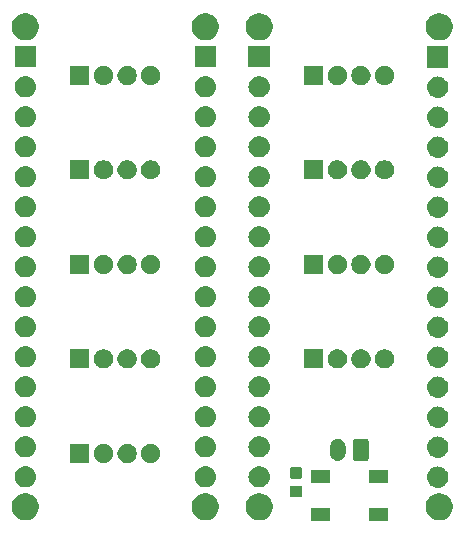
<source format=gbr>
G04 #@! TF.GenerationSoftware,KiCad,Pcbnew,(5.0.1-3-g963ef8bb5)*
G04 #@! TF.CreationDate,2019-07-31T15:24:12+02:00*
G04 #@! TF.ProjectId,StudIOT,53747564494F542E6B696361645F7063,rev?*
G04 #@! TF.SameCoordinates,Original*
G04 #@! TF.FileFunction,Soldermask,Top*
G04 #@! TF.FilePolarity,Negative*
%FSLAX46Y46*%
G04 Gerber Fmt 4.6, Leading zero omitted, Abs format (unit mm)*
G04 Created by KiCad (PCBNEW (5.0.1-3-g963ef8bb5)) date 2019 July 31, Wednesday 15:24:12*
%MOMM*%
%LPD*%
G01*
G04 APERTURE LIST*
%ADD10C,0.100000*%
G04 APERTURE END LIST*
D10*
G36*
X123051000Y-121501000D02*
X121449000Y-121501000D01*
X121449000Y-120399000D01*
X123051000Y-120399000D01*
X123051000Y-121501000D01*
X123051000Y-121501000D01*
G37*
G36*
X118151000Y-121501000D02*
X116549000Y-121501000D01*
X116549000Y-120399000D01*
X118151000Y-120399000D01*
X118151000Y-121501000D01*
X118151000Y-121501000D01*
G37*
G36*
X107955734Y-119213232D02*
X108165202Y-119299996D01*
X108353723Y-119425962D01*
X108514038Y-119586277D01*
X108640004Y-119774798D01*
X108726768Y-119984266D01*
X108771000Y-120206635D01*
X108771000Y-120433365D01*
X108726768Y-120655734D01*
X108640004Y-120865202D01*
X108514038Y-121053723D01*
X108353723Y-121214038D01*
X108165202Y-121340004D01*
X107955734Y-121426768D01*
X107733365Y-121471000D01*
X107506635Y-121471000D01*
X107284266Y-121426768D01*
X107074798Y-121340004D01*
X106886277Y-121214038D01*
X106725962Y-121053723D01*
X106599996Y-120865202D01*
X106513232Y-120655734D01*
X106469000Y-120433365D01*
X106469000Y-120206635D01*
X106513232Y-119984266D01*
X106599996Y-119774798D01*
X106725962Y-119586277D01*
X106886277Y-119425962D01*
X107074798Y-119299996D01*
X107284266Y-119213232D01*
X107506635Y-119169000D01*
X107733365Y-119169000D01*
X107955734Y-119213232D01*
X107955734Y-119213232D01*
G37*
G36*
X92715734Y-119213232D02*
X92925202Y-119299996D01*
X93113723Y-119425962D01*
X93274038Y-119586277D01*
X93400004Y-119774798D01*
X93486768Y-119984266D01*
X93531000Y-120206635D01*
X93531000Y-120433365D01*
X93486768Y-120655734D01*
X93400004Y-120865202D01*
X93274038Y-121053723D01*
X93113723Y-121214038D01*
X92925202Y-121340004D01*
X92715734Y-121426768D01*
X92493365Y-121471000D01*
X92266635Y-121471000D01*
X92044266Y-121426768D01*
X91834798Y-121340004D01*
X91646277Y-121214038D01*
X91485962Y-121053723D01*
X91359996Y-120865202D01*
X91273232Y-120655734D01*
X91229000Y-120433365D01*
X91229000Y-120206635D01*
X91273232Y-119984266D01*
X91359996Y-119774798D01*
X91485962Y-119586277D01*
X91646277Y-119425962D01*
X91834798Y-119299996D01*
X92044266Y-119213232D01*
X92266635Y-119169000D01*
X92493365Y-119169000D01*
X92715734Y-119213232D01*
X92715734Y-119213232D01*
G37*
G36*
X127755734Y-119213232D02*
X127965202Y-119299996D01*
X128153723Y-119425962D01*
X128314038Y-119586277D01*
X128440004Y-119774798D01*
X128526768Y-119984266D01*
X128571000Y-120206635D01*
X128571000Y-120433365D01*
X128526768Y-120655734D01*
X128440004Y-120865202D01*
X128314038Y-121053723D01*
X128153723Y-121214038D01*
X127965202Y-121340004D01*
X127755734Y-121426768D01*
X127533365Y-121471000D01*
X127306635Y-121471000D01*
X127084266Y-121426768D01*
X126874798Y-121340004D01*
X126686277Y-121214038D01*
X126525962Y-121053723D01*
X126399996Y-120865202D01*
X126313232Y-120655734D01*
X126269000Y-120433365D01*
X126269000Y-120206635D01*
X126313232Y-119984266D01*
X126399996Y-119774798D01*
X126525962Y-119586277D01*
X126686277Y-119425962D01*
X126874798Y-119299996D01*
X127084266Y-119213232D01*
X127306635Y-119169000D01*
X127533365Y-119169000D01*
X127755734Y-119213232D01*
X127755734Y-119213232D01*
G37*
G36*
X112515734Y-119213232D02*
X112725202Y-119299996D01*
X112913723Y-119425962D01*
X113074038Y-119586277D01*
X113200004Y-119774798D01*
X113286768Y-119984266D01*
X113331000Y-120206635D01*
X113331000Y-120433365D01*
X113286768Y-120655734D01*
X113200004Y-120865202D01*
X113074038Y-121053723D01*
X112913723Y-121214038D01*
X112725202Y-121340004D01*
X112515734Y-121426768D01*
X112293365Y-121471000D01*
X112066635Y-121471000D01*
X111844266Y-121426768D01*
X111634798Y-121340004D01*
X111446277Y-121214038D01*
X111285962Y-121053723D01*
X111159996Y-120865202D01*
X111073232Y-120655734D01*
X111029000Y-120433365D01*
X111029000Y-120206635D01*
X111073232Y-119984266D01*
X111159996Y-119774798D01*
X111285962Y-119586277D01*
X111446277Y-119425962D01*
X111634798Y-119299996D01*
X111844266Y-119213232D01*
X112066635Y-119169000D01*
X112293365Y-119169000D01*
X112515734Y-119213232D01*
X112515734Y-119213232D01*
G37*
G36*
X115679591Y-118553085D02*
X115713569Y-118563393D01*
X115744887Y-118580133D01*
X115772339Y-118602661D01*
X115794867Y-118630113D01*
X115811607Y-118661431D01*
X115821915Y-118695409D01*
X115826000Y-118736890D01*
X115826000Y-119338110D01*
X115821915Y-119379591D01*
X115811607Y-119413569D01*
X115794867Y-119444887D01*
X115772339Y-119472339D01*
X115744887Y-119494867D01*
X115713569Y-119511607D01*
X115679591Y-119521915D01*
X115638110Y-119526000D01*
X114961890Y-119526000D01*
X114920409Y-119521915D01*
X114886431Y-119511607D01*
X114855113Y-119494867D01*
X114827661Y-119472339D01*
X114805133Y-119444887D01*
X114788393Y-119413569D01*
X114778085Y-119379591D01*
X114774000Y-119338110D01*
X114774000Y-118736890D01*
X114778085Y-118695409D01*
X114788393Y-118661431D01*
X114805133Y-118630113D01*
X114827661Y-118602661D01*
X114855113Y-118580133D01*
X114886431Y-118563393D01*
X114920409Y-118553085D01*
X114961890Y-118549000D01*
X115638110Y-118549000D01*
X115679591Y-118553085D01*
X115679591Y-118553085D01*
G37*
G36*
X127410442Y-116915518D02*
X127476627Y-116922037D01*
X127589853Y-116956384D01*
X127646467Y-116973557D01*
X127747687Y-117027661D01*
X127802991Y-117057222D01*
X127833855Y-117082552D01*
X127940186Y-117169814D01*
X128023448Y-117271271D01*
X128052778Y-117307009D01*
X128052779Y-117307011D01*
X128136443Y-117463533D01*
X128136443Y-117463534D01*
X128187963Y-117633373D01*
X128205359Y-117810000D01*
X128187963Y-117986627D01*
X128153616Y-118099853D01*
X128136443Y-118156467D01*
X128062348Y-118295087D01*
X128052778Y-118312991D01*
X128023448Y-118348729D01*
X127940186Y-118450186D01*
X127839546Y-118532778D01*
X127802991Y-118562778D01*
X127802989Y-118562779D01*
X127646467Y-118646443D01*
X127597057Y-118661431D01*
X127476627Y-118697963D01*
X127410443Y-118704481D01*
X127344260Y-118711000D01*
X127255740Y-118711000D01*
X127189557Y-118704481D01*
X127123373Y-118697963D01*
X127002943Y-118661431D01*
X126953533Y-118646443D01*
X126797011Y-118562779D01*
X126797009Y-118562778D01*
X126760454Y-118532778D01*
X126659814Y-118450186D01*
X126576552Y-118348729D01*
X126547222Y-118312991D01*
X126537652Y-118295087D01*
X126463557Y-118156467D01*
X126446384Y-118099853D01*
X126412037Y-117986627D01*
X126394641Y-117810000D01*
X126412037Y-117633373D01*
X126463557Y-117463534D01*
X126463557Y-117463533D01*
X126547221Y-117307011D01*
X126547222Y-117307009D01*
X126576552Y-117271271D01*
X126659814Y-117169814D01*
X126766145Y-117082552D01*
X126797009Y-117057222D01*
X126852313Y-117027661D01*
X126953533Y-116973557D01*
X127010147Y-116956384D01*
X127123373Y-116922037D01*
X127189558Y-116915518D01*
X127255740Y-116909000D01*
X127344260Y-116909000D01*
X127410442Y-116915518D01*
X127410442Y-116915518D01*
G37*
G36*
X112290442Y-116885518D02*
X112356627Y-116892037D01*
X112455524Y-116922037D01*
X112526467Y-116943557D01*
X112641666Y-117005133D01*
X112682991Y-117027222D01*
X112705310Y-117045539D01*
X112820186Y-117139814D01*
X112903448Y-117241271D01*
X112932778Y-117277009D01*
X112932779Y-117277011D01*
X113016443Y-117433533D01*
X113033616Y-117490147D01*
X113067963Y-117603373D01*
X113085359Y-117780000D01*
X113067963Y-117956627D01*
X113033616Y-118069853D01*
X113016443Y-118126467D01*
X113000408Y-118156466D01*
X112932778Y-118282991D01*
X112917998Y-118301000D01*
X112820186Y-118420186D01*
X112718729Y-118503448D01*
X112682991Y-118532778D01*
X112682989Y-118532779D01*
X112526467Y-118616443D01*
X112481402Y-118630113D01*
X112356627Y-118667963D01*
X112290442Y-118674482D01*
X112224260Y-118681000D01*
X112135740Y-118681000D01*
X112069558Y-118674482D01*
X112003373Y-118667963D01*
X111878598Y-118630113D01*
X111833533Y-118616443D01*
X111677011Y-118532779D01*
X111677009Y-118532778D01*
X111641271Y-118503448D01*
X111539814Y-118420186D01*
X111442002Y-118301000D01*
X111427222Y-118282991D01*
X111359592Y-118156466D01*
X111343557Y-118126467D01*
X111326384Y-118069853D01*
X111292037Y-117956627D01*
X111274641Y-117780000D01*
X111292037Y-117603373D01*
X111326384Y-117490147D01*
X111343557Y-117433533D01*
X111427221Y-117277011D01*
X111427222Y-117277009D01*
X111456552Y-117241271D01*
X111539814Y-117139814D01*
X111654690Y-117045539D01*
X111677009Y-117027222D01*
X111718334Y-117005133D01*
X111833533Y-116943557D01*
X111904476Y-116922037D01*
X112003373Y-116892037D01*
X112069558Y-116885518D01*
X112135740Y-116879000D01*
X112224260Y-116879000D01*
X112290442Y-116885518D01*
X112290442Y-116885518D01*
G37*
G36*
X107730442Y-116885518D02*
X107796627Y-116892037D01*
X107895524Y-116922037D01*
X107966467Y-116943557D01*
X108081666Y-117005133D01*
X108122991Y-117027222D01*
X108145310Y-117045539D01*
X108260186Y-117139814D01*
X108343448Y-117241271D01*
X108372778Y-117277009D01*
X108372779Y-117277011D01*
X108456443Y-117433533D01*
X108473616Y-117490147D01*
X108507963Y-117603373D01*
X108525359Y-117780000D01*
X108507963Y-117956627D01*
X108473616Y-118069853D01*
X108456443Y-118126467D01*
X108440408Y-118156466D01*
X108372778Y-118282991D01*
X108357998Y-118301000D01*
X108260186Y-118420186D01*
X108158729Y-118503448D01*
X108122991Y-118532778D01*
X108122989Y-118532779D01*
X107966467Y-118616443D01*
X107921402Y-118630113D01*
X107796627Y-118667963D01*
X107730442Y-118674482D01*
X107664260Y-118681000D01*
X107575740Y-118681000D01*
X107509558Y-118674482D01*
X107443373Y-118667963D01*
X107318598Y-118630113D01*
X107273533Y-118616443D01*
X107117011Y-118532779D01*
X107117009Y-118532778D01*
X107081271Y-118503448D01*
X106979814Y-118420186D01*
X106882002Y-118301000D01*
X106867222Y-118282991D01*
X106799592Y-118156466D01*
X106783557Y-118126467D01*
X106766384Y-118069853D01*
X106732037Y-117956627D01*
X106714641Y-117780000D01*
X106732037Y-117603373D01*
X106766384Y-117490147D01*
X106783557Y-117433533D01*
X106867221Y-117277011D01*
X106867222Y-117277009D01*
X106896552Y-117241271D01*
X106979814Y-117139814D01*
X107094690Y-117045539D01*
X107117009Y-117027222D01*
X107158334Y-117005133D01*
X107273533Y-116943557D01*
X107344476Y-116922037D01*
X107443373Y-116892037D01*
X107509558Y-116885518D01*
X107575740Y-116879000D01*
X107664260Y-116879000D01*
X107730442Y-116885518D01*
X107730442Y-116885518D01*
G37*
G36*
X92490442Y-116885518D02*
X92556627Y-116892037D01*
X92655524Y-116922037D01*
X92726467Y-116943557D01*
X92841666Y-117005133D01*
X92882991Y-117027222D01*
X92905310Y-117045539D01*
X93020186Y-117139814D01*
X93103448Y-117241271D01*
X93132778Y-117277009D01*
X93132779Y-117277011D01*
X93216443Y-117433533D01*
X93233616Y-117490147D01*
X93267963Y-117603373D01*
X93285359Y-117780000D01*
X93267963Y-117956627D01*
X93233616Y-118069853D01*
X93216443Y-118126467D01*
X93200408Y-118156466D01*
X93132778Y-118282991D01*
X93117998Y-118301000D01*
X93020186Y-118420186D01*
X92918729Y-118503448D01*
X92882991Y-118532778D01*
X92882989Y-118532779D01*
X92726467Y-118616443D01*
X92681402Y-118630113D01*
X92556627Y-118667963D01*
X92490442Y-118674482D01*
X92424260Y-118681000D01*
X92335740Y-118681000D01*
X92269558Y-118674482D01*
X92203373Y-118667963D01*
X92078598Y-118630113D01*
X92033533Y-118616443D01*
X91877011Y-118532779D01*
X91877009Y-118532778D01*
X91841271Y-118503448D01*
X91739814Y-118420186D01*
X91642002Y-118301000D01*
X91627222Y-118282991D01*
X91559592Y-118156466D01*
X91543557Y-118126467D01*
X91526384Y-118069853D01*
X91492037Y-117956627D01*
X91474641Y-117780000D01*
X91492037Y-117603373D01*
X91526384Y-117490147D01*
X91543557Y-117433533D01*
X91627221Y-117277011D01*
X91627222Y-117277009D01*
X91656552Y-117241271D01*
X91739814Y-117139814D01*
X91854690Y-117045539D01*
X91877009Y-117027222D01*
X91918334Y-117005133D01*
X92033533Y-116943557D01*
X92104476Y-116922037D01*
X92203373Y-116892037D01*
X92269558Y-116885518D01*
X92335740Y-116879000D01*
X92424260Y-116879000D01*
X92490442Y-116885518D01*
X92490442Y-116885518D01*
G37*
G36*
X123051000Y-118301000D02*
X121449000Y-118301000D01*
X121449000Y-117199000D01*
X123051000Y-117199000D01*
X123051000Y-118301000D01*
X123051000Y-118301000D01*
G37*
G36*
X118151000Y-118301000D02*
X116549000Y-118301000D01*
X116549000Y-117199000D01*
X118151000Y-117199000D01*
X118151000Y-118301000D01*
X118151000Y-118301000D01*
G37*
G36*
X115679591Y-116978085D02*
X115713569Y-116988393D01*
X115744887Y-117005133D01*
X115772339Y-117027661D01*
X115794867Y-117055113D01*
X115811607Y-117086431D01*
X115821915Y-117120409D01*
X115826000Y-117161890D01*
X115826000Y-117763110D01*
X115821915Y-117804591D01*
X115811607Y-117838569D01*
X115794867Y-117869887D01*
X115772339Y-117897339D01*
X115744887Y-117919867D01*
X115713569Y-117936607D01*
X115679591Y-117946915D01*
X115638110Y-117951000D01*
X114961890Y-117951000D01*
X114920409Y-117946915D01*
X114886431Y-117936607D01*
X114855113Y-117919867D01*
X114827661Y-117897339D01*
X114805133Y-117869887D01*
X114788393Y-117838569D01*
X114778085Y-117804591D01*
X114774000Y-117763110D01*
X114774000Y-117161890D01*
X114778085Y-117120409D01*
X114788393Y-117086431D01*
X114805133Y-117055113D01*
X114827661Y-117027661D01*
X114855113Y-117005133D01*
X114886431Y-116988393D01*
X114920409Y-116978085D01*
X114961890Y-116974000D01*
X115638110Y-116974000D01*
X115679591Y-116978085D01*
X115679591Y-116978085D01*
G37*
G36*
X97813000Y-116613000D02*
X96187000Y-116613000D01*
X96187000Y-114987000D01*
X97813000Y-114987000D01*
X97813000Y-116613000D01*
X97813000Y-116613000D01*
G37*
G36*
X103237142Y-115018242D02*
X103385102Y-115079530D01*
X103411819Y-115097382D01*
X103518257Y-115168501D01*
X103631499Y-115281743D01*
X103720471Y-115414900D01*
X103721186Y-115416627D01*
X103781758Y-115562858D01*
X103813000Y-115719925D01*
X103813000Y-115880075D01*
X103781758Y-116037142D01*
X103739804Y-116138426D01*
X103720471Y-116185100D01*
X103639929Y-116305641D01*
X103631498Y-116318258D01*
X103518258Y-116431498D01*
X103385102Y-116520470D01*
X103237142Y-116581758D01*
X103080075Y-116613000D01*
X102919925Y-116613000D01*
X102762858Y-116581758D01*
X102614898Y-116520470D01*
X102481742Y-116431498D01*
X102368502Y-116318258D01*
X102360072Y-116305641D01*
X102279529Y-116185100D01*
X102260196Y-116138426D01*
X102218242Y-116037142D01*
X102187000Y-115880075D01*
X102187000Y-115719925D01*
X102218242Y-115562858D01*
X102278814Y-115416627D01*
X102279529Y-115414900D01*
X102368501Y-115281743D01*
X102481743Y-115168501D01*
X102588181Y-115097382D01*
X102614898Y-115079530D01*
X102762858Y-115018242D01*
X102919925Y-114987000D01*
X103080075Y-114987000D01*
X103237142Y-115018242D01*
X103237142Y-115018242D01*
G37*
G36*
X101237142Y-115018242D02*
X101385102Y-115079530D01*
X101411819Y-115097382D01*
X101518257Y-115168501D01*
X101631499Y-115281743D01*
X101720471Y-115414900D01*
X101721186Y-115416627D01*
X101781758Y-115562858D01*
X101813000Y-115719925D01*
X101813000Y-115880075D01*
X101781758Y-116037142D01*
X101739804Y-116138426D01*
X101720471Y-116185100D01*
X101639929Y-116305641D01*
X101631498Y-116318258D01*
X101518258Y-116431498D01*
X101385102Y-116520470D01*
X101237142Y-116581758D01*
X101080075Y-116613000D01*
X100919925Y-116613000D01*
X100762858Y-116581758D01*
X100614898Y-116520470D01*
X100481742Y-116431498D01*
X100368502Y-116318258D01*
X100360072Y-116305641D01*
X100279529Y-116185100D01*
X100260196Y-116138426D01*
X100218242Y-116037142D01*
X100187000Y-115880075D01*
X100187000Y-115719925D01*
X100218242Y-115562858D01*
X100278814Y-115416627D01*
X100279529Y-115414900D01*
X100368501Y-115281743D01*
X100481743Y-115168501D01*
X100588181Y-115097382D01*
X100614898Y-115079530D01*
X100762858Y-115018242D01*
X100919925Y-114987000D01*
X101080075Y-114987000D01*
X101237142Y-115018242D01*
X101237142Y-115018242D01*
G37*
G36*
X99237142Y-115018242D02*
X99385102Y-115079530D01*
X99411819Y-115097382D01*
X99518257Y-115168501D01*
X99631499Y-115281743D01*
X99720471Y-115414900D01*
X99721186Y-115416627D01*
X99781758Y-115562858D01*
X99813000Y-115719925D01*
X99813000Y-115880075D01*
X99781758Y-116037142D01*
X99739804Y-116138426D01*
X99720471Y-116185100D01*
X99639929Y-116305641D01*
X99631498Y-116318258D01*
X99518258Y-116431498D01*
X99385102Y-116520470D01*
X99237142Y-116581758D01*
X99080075Y-116613000D01*
X98919925Y-116613000D01*
X98762858Y-116581758D01*
X98614898Y-116520470D01*
X98481742Y-116431498D01*
X98368502Y-116318258D01*
X98360072Y-116305641D01*
X98279529Y-116185100D01*
X98260196Y-116138426D01*
X98218242Y-116037142D01*
X98187000Y-115880075D01*
X98187000Y-115719925D01*
X98218242Y-115562858D01*
X98278814Y-115416627D01*
X98279529Y-115414900D01*
X98368501Y-115281743D01*
X98481743Y-115168501D01*
X98588181Y-115097382D01*
X98614898Y-115079530D01*
X98762858Y-115018242D01*
X98919925Y-114987000D01*
X99080075Y-114987000D01*
X99237142Y-115018242D01*
X99237142Y-115018242D01*
G37*
G36*
X118977618Y-114583420D02*
X119058130Y-114607843D01*
X119100333Y-114620645D01*
X119161463Y-114653320D01*
X119213426Y-114681095D01*
X119312553Y-114762447D01*
X119393905Y-114861574D01*
X119393906Y-114861576D01*
X119454355Y-114974667D01*
X119454355Y-114974668D01*
X119491580Y-115097382D01*
X119501000Y-115193027D01*
X119501000Y-115806973D01*
X119491580Y-115902618D01*
X119489284Y-115910186D01*
X119454355Y-116025333D01*
X119448042Y-116037143D01*
X119393905Y-116138426D01*
X119312553Y-116237553D01*
X119213425Y-116318905D01*
X119161462Y-116346680D01*
X119100332Y-116379355D01*
X119059426Y-116391763D01*
X118977617Y-116416580D01*
X118850000Y-116429149D01*
X118722382Y-116416580D01*
X118640573Y-116391763D01*
X118599667Y-116379355D01*
X118486576Y-116318906D01*
X118486574Y-116318905D01*
X118387447Y-116237553D01*
X118306095Y-116138425D01*
X118272965Y-116076443D01*
X118245645Y-116025332D01*
X118233237Y-115984426D01*
X118208420Y-115902617D01*
X118199000Y-115806972D01*
X118199000Y-115193027D01*
X118208420Y-115097382D01*
X118245645Y-114974668D01*
X118245645Y-114974667D01*
X118272977Y-114923533D01*
X118306095Y-114861574D01*
X118387448Y-114762447D01*
X118486575Y-114681095D01*
X118538538Y-114653320D01*
X118599668Y-114620645D01*
X118641871Y-114607843D01*
X118722383Y-114583420D01*
X118850000Y-114570851D01*
X118977618Y-114583420D01*
X118977618Y-114583420D01*
G37*
G36*
X121291656Y-114578394D02*
X121328653Y-114589617D01*
X121362752Y-114607843D01*
X121392633Y-114632367D01*
X121417157Y-114662248D01*
X121435383Y-114696347D01*
X121446606Y-114733344D01*
X121451000Y-114777957D01*
X121451000Y-116222043D01*
X121446606Y-116266656D01*
X121435383Y-116303653D01*
X121417157Y-116337752D01*
X121392633Y-116367633D01*
X121362752Y-116392157D01*
X121328653Y-116410383D01*
X121291656Y-116421606D01*
X121247043Y-116426000D01*
X120352957Y-116426000D01*
X120308344Y-116421606D01*
X120271347Y-116410383D01*
X120237248Y-116392157D01*
X120207367Y-116367633D01*
X120182843Y-116337752D01*
X120164617Y-116303653D01*
X120153394Y-116266656D01*
X120149000Y-116222043D01*
X120149000Y-114777957D01*
X120153394Y-114733344D01*
X120164617Y-114696347D01*
X120182843Y-114662248D01*
X120207367Y-114632367D01*
X120237248Y-114607843D01*
X120271347Y-114589617D01*
X120308344Y-114578394D01*
X120352957Y-114574000D01*
X121247043Y-114574000D01*
X121291656Y-114578394D01*
X121291656Y-114578394D01*
G37*
G36*
X127410442Y-114375518D02*
X127476627Y-114382037D01*
X127589853Y-114416384D01*
X127646467Y-114433557D01*
X127785087Y-114507652D01*
X127802991Y-114517222D01*
X127838729Y-114546552D01*
X127940186Y-114629814D01*
X127994787Y-114696347D01*
X128052778Y-114767009D01*
X128052779Y-114767011D01*
X128136443Y-114923533D01*
X128136443Y-114923534D01*
X128187963Y-115093373D01*
X128205359Y-115270000D01*
X128187963Y-115446627D01*
X128153616Y-115559853D01*
X128136443Y-115616467D01*
X128062348Y-115755087D01*
X128052778Y-115772991D01*
X128024890Y-115806972D01*
X127940186Y-115910186D01*
X127839546Y-115992778D01*
X127802991Y-116022778D01*
X127802989Y-116022779D01*
X127646467Y-116106443D01*
X127589853Y-116123616D01*
X127476627Y-116157963D01*
X127410442Y-116164482D01*
X127344260Y-116171000D01*
X127255740Y-116171000D01*
X127189558Y-116164482D01*
X127123373Y-116157963D01*
X127010147Y-116123616D01*
X126953533Y-116106443D01*
X126797011Y-116022779D01*
X126797009Y-116022778D01*
X126760454Y-115992778D01*
X126659814Y-115910186D01*
X126575110Y-115806972D01*
X126547222Y-115772991D01*
X126537652Y-115755087D01*
X126463557Y-115616467D01*
X126446384Y-115559853D01*
X126412037Y-115446627D01*
X126394641Y-115270000D01*
X126412037Y-115093373D01*
X126463557Y-114923534D01*
X126463557Y-114923533D01*
X126547221Y-114767011D01*
X126547222Y-114767009D01*
X126605213Y-114696347D01*
X126659814Y-114629814D01*
X126761271Y-114546552D01*
X126797009Y-114517222D01*
X126814913Y-114507652D01*
X126953533Y-114433557D01*
X127010147Y-114416384D01*
X127123373Y-114382037D01*
X127189558Y-114375518D01*
X127255740Y-114369000D01*
X127344260Y-114369000D01*
X127410442Y-114375518D01*
X127410442Y-114375518D01*
G37*
G36*
X107730443Y-114345519D02*
X107796627Y-114352037D01*
X107895524Y-114382037D01*
X107966467Y-114403557D01*
X108022592Y-114433557D01*
X108122991Y-114487222D01*
X108158729Y-114516552D01*
X108260186Y-114599814D01*
X108337776Y-114694359D01*
X108372778Y-114737009D01*
X108372779Y-114737011D01*
X108456443Y-114893533D01*
X108473616Y-114950147D01*
X108507963Y-115063373D01*
X108525359Y-115240000D01*
X108507963Y-115416627D01*
X108473616Y-115529853D01*
X108456443Y-115586467D01*
X108440408Y-115616466D01*
X108372778Y-115742991D01*
X108348159Y-115772989D01*
X108260186Y-115880186D01*
X108158729Y-115963448D01*
X108122991Y-115992778D01*
X108122989Y-115992779D01*
X107966467Y-116076443D01*
X107909853Y-116093616D01*
X107796627Y-116127963D01*
X107730442Y-116134482D01*
X107664260Y-116141000D01*
X107575740Y-116141000D01*
X107509558Y-116134482D01*
X107443373Y-116127963D01*
X107330147Y-116093616D01*
X107273533Y-116076443D01*
X107117011Y-115992779D01*
X107117009Y-115992778D01*
X107081271Y-115963448D01*
X106979814Y-115880186D01*
X106891841Y-115772989D01*
X106867222Y-115742991D01*
X106799592Y-115616466D01*
X106783557Y-115586467D01*
X106766384Y-115529853D01*
X106732037Y-115416627D01*
X106714641Y-115240000D01*
X106732037Y-115063373D01*
X106766384Y-114950147D01*
X106783557Y-114893533D01*
X106867221Y-114737011D01*
X106867222Y-114737009D01*
X106902224Y-114694359D01*
X106979814Y-114599814D01*
X107081271Y-114516552D01*
X107117009Y-114487222D01*
X107217408Y-114433557D01*
X107273533Y-114403557D01*
X107344476Y-114382037D01*
X107443373Y-114352037D01*
X107509557Y-114345519D01*
X107575740Y-114339000D01*
X107664260Y-114339000D01*
X107730443Y-114345519D01*
X107730443Y-114345519D01*
G37*
G36*
X92490443Y-114345519D02*
X92556627Y-114352037D01*
X92655524Y-114382037D01*
X92726467Y-114403557D01*
X92782592Y-114433557D01*
X92882991Y-114487222D01*
X92918729Y-114516552D01*
X93020186Y-114599814D01*
X93097776Y-114694359D01*
X93132778Y-114737009D01*
X93132779Y-114737011D01*
X93216443Y-114893533D01*
X93233616Y-114950147D01*
X93267963Y-115063373D01*
X93285359Y-115240000D01*
X93267963Y-115416627D01*
X93233616Y-115529853D01*
X93216443Y-115586467D01*
X93200408Y-115616466D01*
X93132778Y-115742991D01*
X93108159Y-115772989D01*
X93020186Y-115880186D01*
X92918729Y-115963448D01*
X92882991Y-115992778D01*
X92882989Y-115992779D01*
X92726467Y-116076443D01*
X92669853Y-116093616D01*
X92556627Y-116127963D01*
X92490442Y-116134482D01*
X92424260Y-116141000D01*
X92335740Y-116141000D01*
X92269558Y-116134482D01*
X92203373Y-116127963D01*
X92090147Y-116093616D01*
X92033533Y-116076443D01*
X91877011Y-115992779D01*
X91877009Y-115992778D01*
X91841271Y-115963448D01*
X91739814Y-115880186D01*
X91651841Y-115772989D01*
X91627222Y-115742991D01*
X91559592Y-115616466D01*
X91543557Y-115586467D01*
X91526384Y-115529853D01*
X91492037Y-115416627D01*
X91474641Y-115240000D01*
X91492037Y-115063373D01*
X91526384Y-114950147D01*
X91543557Y-114893533D01*
X91627221Y-114737011D01*
X91627222Y-114737009D01*
X91662224Y-114694359D01*
X91739814Y-114599814D01*
X91841271Y-114516552D01*
X91877009Y-114487222D01*
X91977408Y-114433557D01*
X92033533Y-114403557D01*
X92104476Y-114382037D01*
X92203373Y-114352037D01*
X92269557Y-114345519D01*
X92335740Y-114339000D01*
X92424260Y-114339000D01*
X92490443Y-114345519D01*
X92490443Y-114345519D01*
G37*
G36*
X112290443Y-114345519D02*
X112356627Y-114352037D01*
X112455524Y-114382037D01*
X112526467Y-114403557D01*
X112582592Y-114433557D01*
X112682991Y-114487222D01*
X112718729Y-114516552D01*
X112820186Y-114599814D01*
X112897776Y-114694359D01*
X112932778Y-114737009D01*
X112932779Y-114737011D01*
X113016443Y-114893533D01*
X113033616Y-114950147D01*
X113067963Y-115063373D01*
X113085359Y-115240000D01*
X113067963Y-115416627D01*
X113033616Y-115529853D01*
X113016443Y-115586467D01*
X113000408Y-115616466D01*
X112932778Y-115742991D01*
X112908159Y-115772989D01*
X112820186Y-115880186D01*
X112718729Y-115963448D01*
X112682991Y-115992778D01*
X112682989Y-115992779D01*
X112526467Y-116076443D01*
X112469853Y-116093616D01*
X112356627Y-116127963D01*
X112290442Y-116134482D01*
X112224260Y-116141000D01*
X112135740Y-116141000D01*
X112069558Y-116134482D01*
X112003373Y-116127963D01*
X111890147Y-116093616D01*
X111833533Y-116076443D01*
X111677011Y-115992779D01*
X111677009Y-115992778D01*
X111641271Y-115963448D01*
X111539814Y-115880186D01*
X111451841Y-115772989D01*
X111427222Y-115742991D01*
X111359592Y-115616466D01*
X111343557Y-115586467D01*
X111326384Y-115529853D01*
X111292037Y-115416627D01*
X111274641Y-115240000D01*
X111292037Y-115063373D01*
X111326384Y-114950147D01*
X111343557Y-114893533D01*
X111427221Y-114737011D01*
X111427222Y-114737009D01*
X111462224Y-114694359D01*
X111539814Y-114599814D01*
X111641271Y-114516552D01*
X111677009Y-114487222D01*
X111777408Y-114433557D01*
X111833533Y-114403557D01*
X111904476Y-114382037D01*
X112003373Y-114352037D01*
X112069557Y-114345519D01*
X112135740Y-114339000D01*
X112224260Y-114339000D01*
X112290443Y-114345519D01*
X112290443Y-114345519D01*
G37*
G36*
X127410442Y-111835518D02*
X127476627Y-111842037D01*
X127589853Y-111876384D01*
X127646467Y-111893557D01*
X127785087Y-111967652D01*
X127802991Y-111977222D01*
X127838729Y-112006552D01*
X127940186Y-112089814D01*
X128023448Y-112191271D01*
X128052778Y-112227009D01*
X128052779Y-112227011D01*
X128136443Y-112383533D01*
X128136443Y-112383534D01*
X128187963Y-112553373D01*
X128205359Y-112730000D01*
X128187963Y-112906627D01*
X128153616Y-113019853D01*
X128136443Y-113076467D01*
X128062348Y-113215087D01*
X128052778Y-113232991D01*
X128023448Y-113268729D01*
X127940186Y-113370186D01*
X127839546Y-113452778D01*
X127802991Y-113482778D01*
X127802989Y-113482779D01*
X127646467Y-113566443D01*
X127589853Y-113583616D01*
X127476627Y-113617963D01*
X127410442Y-113624482D01*
X127344260Y-113631000D01*
X127255740Y-113631000D01*
X127189558Y-113624482D01*
X127123373Y-113617963D01*
X127010147Y-113583616D01*
X126953533Y-113566443D01*
X126797011Y-113482779D01*
X126797009Y-113482778D01*
X126760454Y-113452778D01*
X126659814Y-113370186D01*
X126576552Y-113268729D01*
X126547222Y-113232991D01*
X126537652Y-113215087D01*
X126463557Y-113076467D01*
X126446384Y-113019853D01*
X126412037Y-112906627D01*
X126394641Y-112730000D01*
X126412037Y-112553373D01*
X126463557Y-112383534D01*
X126463557Y-112383533D01*
X126547221Y-112227011D01*
X126547222Y-112227009D01*
X126576552Y-112191271D01*
X126659814Y-112089814D01*
X126761271Y-112006552D01*
X126797009Y-111977222D01*
X126814913Y-111967652D01*
X126953533Y-111893557D01*
X127010147Y-111876384D01*
X127123373Y-111842037D01*
X127189558Y-111835518D01*
X127255740Y-111829000D01*
X127344260Y-111829000D01*
X127410442Y-111835518D01*
X127410442Y-111835518D01*
G37*
G36*
X107730442Y-111805518D02*
X107796627Y-111812037D01*
X107895524Y-111842037D01*
X107966467Y-111863557D01*
X108022592Y-111893557D01*
X108122991Y-111947222D01*
X108158729Y-111976552D01*
X108260186Y-112059814D01*
X108343448Y-112161271D01*
X108372778Y-112197009D01*
X108372779Y-112197011D01*
X108456443Y-112353533D01*
X108473616Y-112410147D01*
X108507963Y-112523373D01*
X108525359Y-112700000D01*
X108507963Y-112876627D01*
X108473616Y-112989853D01*
X108456443Y-113046467D01*
X108440408Y-113076466D01*
X108372778Y-113202991D01*
X108348159Y-113232989D01*
X108260186Y-113340186D01*
X108158729Y-113423448D01*
X108122991Y-113452778D01*
X108122989Y-113452779D01*
X107966467Y-113536443D01*
X107909853Y-113553616D01*
X107796627Y-113587963D01*
X107730443Y-113594481D01*
X107664260Y-113601000D01*
X107575740Y-113601000D01*
X107509557Y-113594481D01*
X107443373Y-113587963D01*
X107330147Y-113553616D01*
X107273533Y-113536443D01*
X107117011Y-113452779D01*
X107117009Y-113452778D01*
X107081271Y-113423448D01*
X106979814Y-113340186D01*
X106891841Y-113232989D01*
X106867222Y-113202991D01*
X106799592Y-113076466D01*
X106783557Y-113046467D01*
X106766384Y-112989853D01*
X106732037Y-112876627D01*
X106714641Y-112700000D01*
X106732037Y-112523373D01*
X106766384Y-112410147D01*
X106783557Y-112353533D01*
X106867221Y-112197011D01*
X106867222Y-112197009D01*
X106896552Y-112161271D01*
X106979814Y-112059814D01*
X107081271Y-111976552D01*
X107117009Y-111947222D01*
X107217408Y-111893557D01*
X107273533Y-111863557D01*
X107344476Y-111842037D01*
X107443373Y-111812037D01*
X107509558Y-111805518D01*
X107575740Y-111799000D01*
X107664260Y-111799000D01*
X107730442Y-111805518D01*
X107730442Y-111805518D01*
G37*
G36*
X92490442Y-111805518D02*
X92556627Y-111812037D01*
X92655524Y-111842037D01*
X92726467Y-111863557D01*
X92782592Y-111893557D01*
X92882991Y-111947222D01*
X92918729Y-111976552D01*
X93020186Y-112059814D01*
X93103448Y-112161271D01*
X93132778Y-112197009D01*
X93132779Y-112197011D01*
X93216443Y-112353533D01*
X93233616Y-112410147D01*
X93267963Y-112523373D01*
X93285359Y-112700000D01*
X93267963Y-112876627D01*
X93233616Y-112989853D01*
X93216443Y-113046467D01*
X93200408Y-113076466D01*
X93132778Y-113202991D01*
X93108159Y-113232989D01*
X93020186Y-113340186D01*
X92918729Y-113423448D01*
X92882991Y-113452778D01*
X92882989Y-113452779D01*
X92726467Y-113536443D01*
X92669853Y-113553616D01*
X92556627Y-113587963D01*
X92490443Y-113594481D01*
X92424260Y-113601000D01*
X92335740Y-113601000D01*
X92269557Y-113594481D01*
X92203373Y-113587963D01*
X92090147Y-113553616D01*
X92033533Y-113536443D01*
X91877011Y-113452779D01*
X91877009Y-113452778D01*
X91841271Y-113423448D01*
X91739814Y-113340186D01*
X91651841Y-113232989D01*
X91627222Y-113202991D01*
X91559592Y-113076466D01*
X91543557Y-113046467D01*
X91526384Y-112989853D01*
X91492037Y-112876627D01*
X91474641Y-112700000D01*
X91492037Y-112523373D01*
X91526384Y-112410147D01*
X91543557Y-112353533D01*
X91627221Y-112197011D01*
X91627222Y-112197009D01*
X91656552Y-112161271D01*
X91739814Y-112059814D01*
X91841271Y-111976552D01*
X91877009Y-111947222D01*
X91977408Y-111893557D01*
X92033533Y-111863557D01*
X92104476Y-111842037D01*
X92203373Y-111812037D01*
X92269558Y-111805518D01*
X92335740Y-111799000D01*
X92424260Y-111799000D01*
X92490442Y-111805518D01*
X92490442Y-111805518D01*
G37*
G36*
X112290442Y-111805518D02*
X112356627Y-111812037D01*
X112455524Y-111842037D01*
X112526467Y-111863557D01*
X112582592Y-111893557D01*
X112682991Y-111947222D01*
X112718729Y-111976552D01*
X112820186Y-112059814D01*
X112903448Y-112161271D01*
X112932778Y-112197009D01*
X112932779Y-112197011D01*
X113016443Y-112353533D01*
X113033616Y-112410147D01*
X113067963Y-112523373D01*
X113085359Y-112700000D01*
X113067963Y-112876627D01*
X113033616Y-112989853D01*
X113016443Y-113046467D01*
X113000408Y-113076466D01*
X112932778Y-113202991D01*
X112908159Y-113232989D01*
X112820186Y-113340186D01*
X112718729Y-113423448D01*
X112682991Y-113452778D01*
X112682989Y-113452779D01*
X112526467Y-113536443D01*
X112469853Y-113553616D01*
X112356627Y-113587963D01*
X112290443Y-113594481D01*
X112224260Y-113601000D01*
X112135740Y-113601000D01*
X112069557Y-113594481D01*
X112003373Y-113587963D01*
X111890147Y-113553616D01*
X111833533Y-113536443D01*
X111677011Y-113452779D01*
X111677009Y-113452778D01*
X111641271Y-113423448D01*
X111539814Y-113340186D01*
X111451841Y-113232989D01*
X111427222Y-113202991D01*
X111359592Y-113076466D01*
X111343557Y-113046467D01*
X111326384Y-112989853D01*
X111292037Y-112876627D01*
X111274641Y-112700000D01*
X111292037Y-112523373D01*
X111326384Y-112410147D01*
X111343557Y-112353533D01*
X111427221Y-112197011D01*
X111427222Y-112197009D01*
X111456552Y-112161271D01*
X111539814Y-112059814D01*
X111641271Y-111976552D01*
X111677009Y-111947222D01*
X111777408Y-111893557D01*
X111833533Y-111863557D01*
X111904476Y-111842037D01*
X112003373Y-111812037D01*
X112069558Y-111805518D01*
X112135740Y-111799000D01*
X112224260Y-111799000D01*
X112290442Y-111805518D01*
X112290442Y-111805518D01*
G37*
G36*
X127410443Y-109295519D02*
X127476627Y-109302037D01*
X127589853Y-109336384D01*
X127646467Y-109353557D01*
X127785087Y-109427652D01*
X127802991Y-109437222D01*
X127838729Y-109466552D01*
X127940186Y-109549814D01*
X128023448Y-109651271D01*
X128052778Y-109687009D01*
X128052779Y-109687011D01*
X128136443Y-109843533D01*
X128136443Y-109843534D01*
X128187963Y-110013373D01*
X128205359Y-110190000D01*
X128187963Y-110366627D01*
X128153616Y-110479853D01*
X128136443Y-110536467D01*
X128062348Y-110675087D01*
X128052778Y-110692991D01*
X128023448Y-110728729D01*
X127940186Y-110830186D01*
X127839546Y-110912778D01*
X127802991Y-110942778D01*
X127802989Y-110942779D01*
X127646467Y-111026443D01*
X127589853Y-111043616D01*
X127476627Y-111077963D01*
X127410443Y-111084481D01*
X127344260Y-111091000D01*
X127255740Y-111091000D01*
X127189557Y-111084481D01*
X127123373Y-111077963D01*
X127010147Y-111043616D01*
X126953533Y-111026443D01*
X126797011Y-110942779D01*
X126797009Y-110942778D01*
X126760454Y-110912778D01*
X126659814Y-110830186D01*
X126576552Y-110728729D01*
X126547222Y-110692991D01*
X126537652Y-110675087D01*
X126463557Y-110536467D01*
X126446384Y-110479853D01*
X126412037Y-110366627D01*
X126394641Y-110190000D01*
X126412037Y-110013373D01*
X126463557Y-109843534D01*
X126463557Y-109843533D01*
X126547221Y-109687011D01*
X126547222Y-109687009D01*
X126576552Y-109651271D01*
X126659814Y-109549814D01*
X126761271Y-109466552D01*
X126797009Y-109437222D01*
X126814913Y-109427652D01*
X126953533Y-109353557D01*
X127010147Y-109336384D01*
X127123373Y-109302037D01*
X127189557Y-109295519D01*
X127255740Y-109289000D01*
X127344260Y-109289000D01*
X127410443Y-109295519D01*
X127410443Y-109295519D01*
G37*
G36*
X92490442Y-109265518D02*
X92556627Y-109272037D01*
X92655524Y-109302037D01*
X92726467Y-109323557D01*
X92782592Y-109353557D01*
X92882991Y-109407222D01*
X92918729Y-109436552D01*
X93020186Y-109519814D01*
X93103448Y-109621271D01*
X93132778Y-109657009D01*
X93132779Y-109657011D01*
X93216443Y-109813533D01*
X93233616Y-109870147D01*
X93267963Y-109983373D01*
X93285359Y-110160000D01*
X93267963Y-110336627D01*
X93233616Y-110449853D01*
X93216443Y-110506467D01*
X93200408Y-110536466D01*
X93132778Y-110662991D01*
X93108159Y-110692989D01*
X93020186Y-110800186D01*
X92918729Y-110883448D01*
X92882991Y-110912778D01*
X92882989Y-110912779D01*
X92726467Y-110996443D01*
X92669853Y-111013616D01*
X92556627Y-111047963D01*
X92490442Y-111054482D01*
X92424260Y-111061000D01*
X92335740Y-111061000D01*
X92269558Y-111054482D01*
X92203373Y-111047963D01*
X92090147Y-111013616D01*
X92033533Y-110996443D01*
X91877011Y-110912779D01*
X91877009Y-110912778D01*
X91841271Y-110883448D01*
X91739814Y-110800186D01*
X91651841Y-110692989D01*
X91627222Y-110662991D01*
X91559592Y-110536466D01*
X91543557Y-110506467D01*
X91526384Y-110449853D01*
X91492037Y-110336627D01*
X91474641Y-110160000D01*
X91492037Y-109983373D01*
X91526384Y-109870147D01*
X91543557Y-109813533D01*
X91627221Y-109657011D01*
X91627222Y-109657009D01*
X91656552Y-109621271D01*
X91739814Y-109519814D01*
X91841271Y-109436552D01*
X91877009Y-109407222D01*
X91977408Y-109353557D01*
X92033533Y-109323557D01*
X92104476Y-109302037D01*
X92203373Y-109272037D01*
X92269558Y-109265518D01*
X92335740Y-109259000D01*
X92424260Y-109259000D01*
X92490442Y-109265518D01*
X92490442Y-109265518D01*
G37*
G36*
X107730442Y-109265518D02*
X107796627Y-109272037D01*
X107895524Y-109302037D01*
X107966467Y-109323557D01*
X108022592Y-109353557D01*
X108122991Y-109407222D01*
X108158729Y-109436552D01*
X108260186Y-109519814D01*
X108343448Y-109621271D01*
X108372778Y-109657009D01*
X108372779Y-109657011D01*
X108456443Y-109813533D01*
X108473616Y-109870147D01*
X108507963Y-109983373D01*
X108525359Y-110160000D01*
X108507963Y-110336627D01*
X108473616Y-110449853D01*
X108456443Y-110506467D01*
X108440408Y-110536466D01*
X108372778Y-110662991D01*
X108348159Y-110692989D01*
X108260186Y-110800186D01*
X108158729Y-110883448D01*
X108122991Y-110912778D01*
X108122989Y-110912779D01*
X107966467Y-110996443D01*
X107909853Y-111013616D01*
X107796627Y-111047963D01*
X107730442Y-111054482D01*
X107664260Y-111061000D01*
X107575740Y-111061000D01*
X107509558Y-111054482D01*
X107443373Y-111047963D01*
X107330147Y-111013616D01*
X107273533Y-110996443D01*
X107117011Y-110912779D01*
X107117009Y-110912778D01*
X107081271Y-110883448D01*
X106979814Y-110800186D01*
X106891841Y-110692989D01*
X106867222Y-110662991D01*
X106799592Y-110536466D01*
X106783557Y-110506467D01*
X106766384Y-110449853D01*
X106732037Y-110336627D01*
X106714641Y-110160000D01*
X106732037Y-109983373D01*
X106766384Y-109870147D01*
X106783557Y-109813533D01*
X106867221Y-109657011D01*
X106867222Y-109657009D01*
X106896552Y-109621271D01*
X106979814Y-109519814D01*
X107081271Y-109436552D01*
X107117009Y-109407222D01*
X107217408Y-109353557D01*
X107273533Y-109323557D01*
X107344476Y-109302037D01*
X107443373Y-109272037D01*
X107509558Y-109265518D01*
X107575740Y-109259000D01*
X107664260Y-109259000D01*
X107730442Y-109265518D01*
X107730442Y-109265518D01*
G37*
G36*
X112290442Y-109265518D02*
X112356627Y-109272037D01*
X112455524Y-109302037D01*
X112526467Y-109323557D01*
X112582592Y-109353557D01*
X112682991Y-109407222D01*
X112718729Y-109436552D01*
X112820186Y-109519814D01*
X112903448Y-109621271D01*
X112932778Y-109657009D01*
X112932779Y-109657011D01*
X113016443Y-109813533D01*
X113033616Y-109870147D01*
X113067963Y-109983373D01*
X113085359Y-110160000D01*
X113067963Y-110336627D01*
X113033616Y-110449853D01*
X113016443Y-110506467D01*
X113000408Y-110536466D01*
X112932778Y-110662991D01*
X112908159Y-110692989D01*
X112820186Y-110800186D01*
X112718729Y-110883448D01*
X112682991Y-110912778D01*
X112682989Y-110912779D01*
X112526467Y-110996443D01*
X112469853Y-111013616D01*
X112356627Y-111047963D01*
X112290442Y-111054482D01*
X112224260Y-111061000D01*
X112135740Y-111061000D01*
X112069558Y-111054482D01*
X112003373Y-111047963D01*
X111890147Y-111013616D01*
X111833533Y-110996443D01*
X111677011Y-110912779D01*
X111677009Y-110912778D01*
X111641271Y-110883448D01*
X111539814Y-110800186D01*
X111451841Y-110692989D01*
X111427222Y-110662991D01*
X111359592Y-110536466D01*
X111343557Y-110506467D01*
X111326384Y-110449853D01*
X111292037Y-110336627D01*
X111274641Y-110160000D01*
X111292037Y-109983373D01*
X111326384Y-109870147D01*
X111343557Y-109813533D01*
X111427221Y-109657011D01*
X111427222Y-109657009D01*
X111456552Y-109621271D01*
X111539814Y-109519814D01*
X111641271Y-109436552D01*
X111677009Y-109407222D01*
X111777408Y-109353557D01*
X111833533Y-109323557D01*
X111904476Y-109302037D01*
X112003373Y-109272037D01*
X112069558Y-109265518D01*
X112135740Y-109259000D01*
X112224260Y-109259000D01*
X112290442Y-109265518D01*
X112290442Y-109265518D01*
G37*
G36*
X121037142Y-107018242D02*
X121185102Y-107079530D01*
X121241193Y-107117009D01*
X121318257Y-107168501D01*
X121431499Y-107281743D01*
X121446059Y-107303534D01*
X121520470Y-107414898D01*
X121581758Y-107562858D01*
X121613000Y-107719925D01*
X121613000Y-107880075D01*
X121581758Y-108037142D01*
X121534354Y-108151583D01*
X121520471Y-108185100D01*
X121470301Y-108260186D01*
X121431498Y-108318258D01*
X121318258Y-108431498D01*
X121185102Y-108520470D01*
X121185101Y-108520471D01*
X121185100Y-108520471D01*
X121151583Y-108534354D01*
X121037142Y-108581758D01*
X120880075Y-108613000D01*
X120719925Y-108613000D01*
X120562858Y-108581758D01*
X120448417Y-108534354D01*
X120414900Y-108520471D01*
X120414899Y-108520471D01*
X120414898Y-108520470D01*
X120281742Y-108431498D01*
X120168502Y-108318258D01*
X120129700Y-108260186D01*
X120079529Y-108185100D01*
X120065646Y-108151583D01*
X120018242Y-108037142D01*
X119987000Y-107880075D01*
X119987000Y-107719925D01*
X120018242Y-107562858D01*
X120079530Y-107414898D01*
X120153941Y-107303534D01*
X120168501Y-107281743D01*
X120281743Y-107168501D01*
X120358807Y-107117009D01*
X120414898Y-107079530D01*
X120562858Y-107018242D01*
X120719925Y-106987000D01*
X120880075Y-106987000D01*
X121037142Y-107018242D01*
X121037142Y-107018242D01*
G37*
G36*
X101237142Y-107018242D02*
X101385102Y-107079530D01*
X101441193Y-107117009D01*
X101518257Y-107168501D01*
X101631499Y-107281743D01*
X101646059Y-107303534D01*
X101720470Y-107414898D01*
X101781758Y-107562858D01*
X101813000Y-107719925D01*
X101813000Y-107880075D01*
X101781758Y-108037142D01*
X101734354Y-108151583D01*
X101720471Y-108185100D01*
X101670301Y-108260186D01*
X101631498Y-108318258D01*
X101518258Y-108431498D01*
X101385102Y-108520470D01*
X101385101Y-108520471D01*
X101385100Y-108520471D01*
X101351583Y-108534354D01*
X101237142Y-108581758D01*
X101080075Y-108613000D01*
X100919925Y-108613000D01*
X100762858Y-108581758D01*
X100648417Y-108534354D01*
X100614900Y-108520471D01*
X100614899Y-108520471D01*
X100614898Y-108520470D01*
X100481742Y-108431498D01*
X100368502Y-108318258D01*
X100329700Y-108260186D01*
X100279529Y-108185100D01*
X100265646Y-108151583D01*
X100218242Y-108037142D01*
X100187000Y-107880075D01*
X100187000Y-107719925D01*
X100218242Y-107562858D01*
X100279530Y-107414898D01*
X100353941Y-107303534D01*
X100368501Y-107281743D01*
X100481743Y-107168501D01*
X100558807Y-107117009D01*
X100614898Y-107079530D01*
X100762858Y-107018242D01*
X100919925Y-106987000D01*
X101080075Y-106987000D01*
X101237142Y-107018242D01*
X101237142Y-107018242D01*
G37*
G36*
X97813000Y-108613000D02*
X96187000Y-108613000D01*
X96187000Y-106987000D01*
X97813000Y-106987000D01*
X97813000Y-108613000D01*
X97813000Y-108613000D01*
G37*
G36*
X99237142Y-107018242D02*
X99385102Y-107079530D01*
X99441193Y-107117009D01*
X99518257Y-107168501D01*
X99631499Y-107281743D01*
X99646059Y-107303534D01*
X99720470Y-107414898D01*
X99781758Y-107562858D01*
X99813000Y-107719925D01*
X99813000Y-107880075D01*
X99781758Y-108037142D01*
X99734354Y-108151583D01*
X99720471Y-108185100D01*
X99670301Y-108260186D01*
X99631498Y-108318258D01*
X99518258Y-108431498D01*
X99385102Y-108520470D01*
X99385101Y-108520471D01*
X99385100Y-108520471D01*
X99351583Y-108534354D01*
X99237142Y-108581758D01*
X99080075Y-108613000D01*
X98919925Y-108613000D01*
X98762858Y-108581758D01*
X98648417Y-108534354D01*
X98614900Y-108520471D01*
X98614899Y-108520471D01*
X98614898Y-108520470D01*
X98481742Y-108431498D01*
X98368502Y-108318258D01*
X98329700Y-108260186D01*
X98279529Y-108185100D01*
X98265646Y-108151583D01*
X98218242Y-108037142D01*
X98187000Y-107880075D01*
X98187000Y-107719925D01*
X98218242Y-107562858D01*
X98279530Y-107414898D01*
X98353941Y-107303534D01*
X98368501Y-107281743D01*
X98481743Y-107168501D01*
X98558807Y-107117009D01*
X98614898Y-107079530D01*
X98762858Y-107018242D01*
X98919925Y-106987000D01*
X99080075Y-106987000D01*
X99237142Y-107018242D01*
X99237142Y-107018242D01*
G37*
G36*
X103237142Y-107018242D02*
X103385102Y-107079530D01*
X103441193Y-107117009D01*
X103518257Y-107168501D01*
X103631499Y-107281743D01*
X103646059Y-107303534D01*
X103720470Y-107414898D01*
X103781758Y-107562858D01*
X103813000Y-107719925D01*
X103813000Y-107880075D01*
X103781758Y-108037142D01*
X103734354Y-108151583D01*
X103720471Y-108185100D01*
X103670301Y-108260186D01*
X103631498Y-108318258D01*
X103518258Y-108431498D01*
X103385102Y-108520470D01*
X103385101Y-108520471D01*
X103385100Y-108520471D01*
X103351583Y-108534354D01*
X103237142Y-108581758D01*
X103080075Y-108613000D01*
X102919925Y-108613000D01*
X102762858Y-108581758D01*
X102648417Y-108534354D01*
X102614900Y-108520471D01*
X102614899Y-108520471D01*
X102614898Y-108520470D01*
X102481742Y-108431498D01*
X102368502Y-108318258D01*
X102329700Y-108260186D01*
X102279529Y-108185100D01*
X102265646Y-108151583D01*
X102218242Y-108037142D01*
X102187000Y-107880075D01*
X102187000Y-107719925D01*
X102218242Y-107562858D01*
X102279530Y-107414898D01*
X102353941Y-107303534D01*
X102368501Y-107281743D01*
X102481743Y-107168501D01*
X102558807Y-107117009D01*
X102614898Y-107079530D01*
X102762858Y-107018242D01*
X102919925Y-106987000D01*
X103080075Y-106987000D01*
X103237142Y-107018242D01*
X103237142Y-107018242D01*
G37*
G36*
X123037142Y-107018242D02*
X123185102Y-107079530D01*
X123241193Y-107117009D01*
X123318257Y-107168501D01*
X123431499Y-107281743D01*
X123446059Y-107303534D01*
X123520470Y-107414898D01*
X123581758Y-107562858D01*
X123613000Y-107719925D01*
X123613000Y-107880075D01*
X123581758Y-108037142D01*
X123534354Y-108151583D01*
X123520471Y-108185100D01*
X123470301Y-108260186D01*
X123431498Y-108318258D01*
X123318258Y-108431498D01*
X123185102Y-108520470D01*
X123185101Y-108520471D01*
X123185100Y-108520471D01*
X123151583Y-108534354D01*
X123037142Y-108581758D01*
X122880075Y-108613000D01*
X122719925Y-108613000D01*
X122562858Y-108581758D01*
X122448417Y-108534354D01*
X122414900Y-108520471D01*
X122414899Y-108520471D01*
X122414898Y-108520470D01*
X122281742Y-108431498D01*
X122168502Y-108318258D01*
X122129700Y-108260186D01*
X122079529Y-108185100D01*
X122065646Y-108151583D01*
X122018242Y-108037142D01*
X121987000Y-107880075D01*
X121987000Y-107719925D01*
X122018242Y-107562858D01*
X122079530Y-107414898D01*
X122153941Y-107303534D01*
X122168501Y-107281743D01*
X122281743Y-107168501D01*
X122358807Y-107117009D01*
X122414898Y-107079530D01*
X122562858Y-107018242D01*
X122719925Y-106987000D01*
X122880075Y-106987000D01*
X123037142Y-107018242D01*
X123037142Y-107018242D01*
G37*
G36*
X119037142Y-107018242D02*
X119185102Y-107079530D01*
X119241193Y-107117009D01*
X119318257Y-107168501D01*
X119431499Y-107281743D01*
X119446059Y-107303534D01*
X119520470Y-107414898D01*
X119581758Y-107562858D01*
X119613000Y-107719925D01*
X119613000Y-107880075D01*
X119581758Y-108037142D01*
X119534354Y-108151583D01*
X119520471Y-108185100D01*
X119470301Y-108260186D01*
X119431498Y-108318258D01*
X119318258Y-108431498D01*
X119185102Y-108520470D01*
X119185101Y-108520471D01*
X119185100Y-108520471D01*
X119151583Y-108534354D01*
X119037142Y-108581758D01*
X118880075Y-108613000D01*
X118719925Y-108613000D01*
X118562858Y-108581758D01*
X118448417Y-108534354D01*
X118414900Y-108520471D01*
X118414899Y-108520471D01*
X118414898Y-108520470D01*
X118281742Y-108431498D01*
X118168502Y-108318258D01*
X118129700Y-108260186D01*
X118079529Y-108185100D01*
X118065646Y-108151583D01*
X118018242Y-108037142D01*
X117987000Y-107880075D01*
X117987000Y-107719925D01*
X118018242Y-107562858D01*
X118079530Y-107414898D01*
X118153941Y-107303534D01*
X118168501Y-107281743D01*
X118281743Y-107168501D01*
X118358807Y-107117009D01*
X118414898Y-107079530D01*
X118562858Y-107018242D01*
X118719925Y-106987000D01*
X118880075Y-106987000D01*
X119037142Y-107018242D01*
X119037142Y-107018242D01*
G37*
G36*
X117613000Y-108613000D02*
X115987000Y-108613000D01*
X115987000Y-106987000D01*
X117613000Y-106987000D01*
X117613000Y-108613000D01*
X117613000Y-108613000D01*
G37*
G36*
X127410442Y-106755518D02*
X127476627Y-106762037D01*
X127589853Y-106796384D01*
X127646467Y-106813557D01*
X127785087Y-106887652D01*
X127802991Y-106897222D01*
X127838729Y-106926552D01*
X127940186Y-107009814D01*
X128023448Y-107111271D01*
X128052778Y-107147009D01*
X128052779Y-107147011D01*
X128136443Y-107303533D01*
X128136443Y-107303534D01*
X128187963Y-107473373D01*
X128205359Y-107650000D01*
X128187963Y-107826627D01*
X128153616Y-107939853D01*
X128136443Y-107996467D01*
X128062348Y-108135087D01*
X128052778Y-108152991D01*
X128026427Y-108185100D01*
X127940186Y-108290186D01*
X127839546Y-108372778D01*
X127802991Y-108402778D01*
X127802989Y-108402779D01*
X127646467Y-108486443D01*
X127589853Y-108503616D01*
X127476627Y-108537963D01*
X127410442Y-108544482D01*
X127344260Y-108551000D01*
X127255740Y-108551000D01*
X127189558Y-108544482D01*
X127123373Y-108537963D01*
X127010147Y-108503616D01*
X126953533Y-108486443D01*
X126797011Y-108402779D01*
X126797009Y-108402778D01*
X126760454Y-108372778D01*
X126659814Y-108290186D01*
X126573573Y-108185100D01*
X126547222Y-108152991D01*
X126537652Y-108135087D01*
X126463557Y-107996467D01*
X126446384Y-107939853D01*
X126412037Y-107826627D01*
X126394641Y-107650000D01*
X126412037Y-107473373D01*
X126463557Y-107303534D01*
X126463557Y-107303533D01*
X126547221Y-107147011D01*
X126547222Y-107147009D01*
X126576552Y-107111271D01*
X126659814Y-107009814D01*
X126761271Y-106926552D01*
X126797009Y-106897222D01*
X126814913Y-106887652D01*
X126953533Y-106813557D01*
X127010147Y-106796384D01*
X127123373Y-106762037D01*
X127189558Y-106755518D01*
X127255740Y-106749000D01*
X127344260Y-106749000D01*
X127410442Y-106755518D01*
X127410442Y-106755518D01*
G37*
G36*
X112290443Y-106725519D02*
X112356627Y-106732037D01*
X112455524Y-106762037D01*
X112526467Y-106783557D01*
X112582592Y-106813557D01*
X112682991Y-106867222D01*
X112718729Y-106896552D01*
X112820186Y-106979814D01*
X112902019Y-107079529D01*
X112932778Y-107117009D01*
X112932779Y-107117011D01*
X113016443Y-107273533D01*
X113033616Y-107330147D01*
X113067963Y-107443373D01*
X113085359Y-107620000D01*
X113067963Y-107796627D01*
X113042650Y-107880074D01*
X113016443Y-107966467D01*
X113000408Y-107996466D01*
X112932778Y-108122991D01*
X112908159Y-108152989D01*
X112820186Y-108260186D01*
X112718729Y-108343448D01*
X112682991Y-108372778D01*
X112682989Y-108372779D01*
X112526467Y-108456443D01*
X112469853Y-108473616D01*
X112356627Y-108507963D01*
X112290442Y-108514482D01*
X112224260Y-108521000D01*
X112135740Y-108521000D01*
X112069558Y-108514482D01*
X112003373Y-108507963D01*
X111890147Y-108473616D01*
X111833533Y-108456443D01*
X111677011Y-108372779D01*
X111677009Y-108372778D01*
X111641271Y-108343448D01*
X111539814Y-108260186D01*
X111451841Y-108152989D01*
X111427222Y-108122991D01*
X111359592Y-107996466D01*
X111343557Y-107966467D01*
X111317350Y-107880074D01*
X111292037Y-107796627D01*
X111274641Y-107620000D01*
X111292037Y-107443373D01*
X111326384Y-107330147D01*
X111343557Y-107273533D01*
X111427221Y-107117011D01*
X111427222Y-107117009D01*
X111457981Y-107079529D01*
X111539814Y-106979814D01*
X111641271Y-106896552D01*
X111677009Y-106867222D01*
X111777408Y-106813557D01*
X111833533Y-106783557D01*
X111904476Y-106762037D01*
X112003373Y-106732037D01*
X112069557Y-106725519D01*
X112135740Y-106719000D01*
X112224260Y-106719000D01*
X112290443Y-106725519D01*
X112290443Y-106725519D01*
G37*
G36*
X92490443Y-106725519D02*
X92556627Y-106732037D01*
X92655524Y-106762037D01*
X92726467Y-106783557D01*
X92782592Y-106813557D01*
X92882991Y-106867222D01*
X92918729Y-106896552D01*
X93020186Y-106979814D01*
X93102019Y-107079529D01*
X93132778Y-107117009D01*
X93132779Y-107117011D01*
X93216443Y-107273533D01*
X93233616Y-107330147D01*
X93267963Y-107443373D01*
X93285359Y-107620000D01*
X93267963Y-107796627D01*
X93242650Y-107880074D01*
X93216443Y-107966467D01*
X93200408Y-107996466D01*
X93132778Y-108122991D01*
X93108159Y-108152989D01*
X93020186Y-108260186D01*
X92918729Y-108343448D01*
X92882991Y-108372778D01*
X92882989Y-108372779D01*
X92726467Y-108456443D01*
X92669853Y-108473616D01*
X92556627Y-108507963D01*
X92490442Y-108514482D01*
X92424260Y-108521000D01*
X92335740Y-108521000D01*
X92269558Y-108514482D01*
X92203373Y-108507963D01*
X92090147Y-108473616D01*
X92033533Y-108456443D01*
X91877011Y-108372779D01*
X91877009Y-108372778D01*
X91841271Y-108343448D01*
X91739814Y-108260186D01*
X91651841Y-108152989D01*
X91627222Y-108122991D01*
X91559592Y-107996466D01*
X91543557Y-107966467D01*
X91517350Y-107880074D01*
X91492037Y-107796627D01*
X91474641Y-107620000D01*
X91492037Y-107443373D01*
X91526384Y-107330147D01*
X91543557Y-107273533D01*
X91627221Y-107117011D01*
X91627222Y-107117009D01*
X91657981Y-107079529D01*
X91739814Y-106979814D01*
X91841271Y-106896552D01*
X91877009Y-106867222D01*
X91977408Y-106813557D01*
X92033533Y-106783557D01*
X92104476Y-106762037D01*
X92203373Y-106732037D01*
X92269557Y-106725519D01*
X92335740Y-106719000D01*
X92424260Y-106719000D01*
X92490443Y-106725519D01*
X92490443Y-106725519D01*
G37*
G36*
X107730443Y-106725519D02*
X107796627Y-106732037D01*
X107895524Y-106762037D01*
X107966467Y-106783557D01*
X108022592Y-106813557D01*
X108122991Y-106867222D01*
X108158729Y-106896552D01*
X108260186Y-106979814D01*
X108342019Y-107079529D01*
X108372778Y-107117009D01*
X108372779Y-107117011D01*
X108456443Y-107273533D01*
X108473616Y-107330147D01*
X108507963Y-107443373D01*
X108525359Y-107620000D01*
X108507963Y-107796627D01*
X108482650Y-107880074D01*
X108456443Y-107966467D01*
X108440408Y-107996466D01*
X108372778Y-108122991D01*
X108348159Y-108152989D01*
X108260186Y-108260186D01*
X108158729Y-108343448D01*
X108122991Y-108372778D01*
X108122989Y-108372779D01*
X107966467Y-108456443D01*
X107909853Y-108473616D01*
X107796627Y-108507963D01*
X107730442Y-108514482D01*
X107664260Y-108521000D01*
X107575740Y-108521000D01*
X107509558Y-108514482D01*
X107443373Y-108507963D01*
X107330147Y-108473616D01*
X107273533Y-108456443D01*
X107117011Y-108372779D01*
X107117009Y-108372778D01*
X107081271Y-108343448D01*
X106979814Y-108260186D01*
X106891841Y-108152989D01*
X106867222Y-108122991D01*
X106799592Y-107996466D01*
X106783557Y-107966467D01*
X106757350Y-107880074D01*
X106732037Y-107796627D01*
X106714641Y-107620000D01*
X106732037Y-107443373D01*
X106766384Y-107330147D01*
X106783557Y-107273533D01*
X106867221Y-107117011D01*
X106867222Y-107117009D01*
X106897981Y-107079529D01*
X106979814Y-106979814D01*
X107081271Y-106896552D01*
X107117009Y-106867222D01*
X107217408Y-106813557D01*
X107273533Y-106783557D01*
X107344476Y-106762037D01*
X107443373Y-106732037D01*
X107509557Y-106725519D01*
X107575740Y-106719000D01*
X107664260Y-106719000D01*
X107730443Y-106725519D01*
X107730443Y-106725519D01*
G37*
G36*
X127410443Y-104215519D02*
X127476627Y-104222037D01*
X127589853Y-104256384D01*
X127646467Y-104273557D01*
X127785087Y-104347652D01*
X127802991Y-104357222D01*
X127838729Y-104386552D01*
X127940186Y-104469814D01*
X128023448Y-104571271D01*
X128052778Y-104607009D01*
X128052779Y-104607011D01*
X128136443Y-104763533D01*
X128136443Y-104763534D01*
X128187963Y-104933373D01*
X128205359Y-105110000D01*
X128187963Y-105286627D01*
X128153616Y-105399853D01*
X128136443Y-105456467D01*
X128062348Y-105595087D01*
X128052778Y-105612991D01*
X128023448Y-105648729D01*
X127940186Y-105750186D01*
X127839546Y-105832778D01*
X127802991Y-105862778D01*
X127802989Y-105862779D01*
X127646467Y-105946443D01*
X127589853Y-105963616D01*
X127476627Y-105997963D01*
X127410442Y-106004482D01*
X127344260Y-106011000D01*
X127255740Y-106011000D01*
X127189558Y-106004482D01*
X127123373Y-105997963D01*
X127010147Y-105963616D01*
X126953533Y-105946443D01*
X126797011Y-105862779D01*
X126797009Y-105862778D01*
X126760454Y-105832778D01*
X126659814Y-105750186D01*
X126576552Y-105648729D01*
X126547222Y-105612991D01*
X126537652Y-105595087D01*
X126463557Y-105456467D01*
X126446384Y-105399853D01*
X126412037Y-105286627D01*
X126394641Y-105110000D01*
X126412037Y-104933373D01*
X126463557Y-104763534D01*
X126463557Y-104763533D01*
X126547221Y-104607011D01*
X126547222Y-104607009D01*
X126576552Y-104571271D01*
X126659814Y-104469814D01*
X126761271Y-104386552D01*
X126797009Y-104357222D01*
X126814913Y-104347652D01*
X126953533Y-104273557D01*
X127010147Y-104256384D01*
X127123373Y-104222037D01*
X127189557Y-104215519D01*
X127255740Y-104209000D01*
X127344260Y-104209000D01*
X127410443Y-104215519D01*
X127410443Y-104215519D01*
G37*
G36*
X92490443Y-104185519D02*
X92556627Y-104192037D01*
X92655524Y-104222037D01*
X92726467Y-104243557D01*
X92782592Y-104273557D01*
X92882991Y-104327222D01*
X92918729Y-104356552D01*
X93020186Y-104439814D01*
X93103448Y-104541271D01*
X93132778Y-104577009D01*
X93132779Y-104577011D01*
X93216443Y-104733533D01*
X93233616Y-104790147D01*
X93267963Y-104903373D01*
X93285359Y-105080000D01*
X93267963Y-105256627D01*
X93233616Y-105369853D01*
X93216443Y-105426467D01*
X93200408Y-105456466D01*
X93132778Y-105582991D01*
X93108159Y-105612989D01*
X93020186Y-105720186D01*
X92918729Y-105803448D01*
X92882991Y-105832778D01*
X92882989Y-105832779D01*
X92726467Y-105916443D01*
X92669853Y-105933616D01*
X92556627Y-105967963D01*
X92490443Y-105974481D01*
X92424260Y-105981000D01*
X92335740Y-105981000D01*
X92269557Y-105974481D01*
X92203373Y-105967963D01*
X92090147Y-105933616D01*
X92033533Y-105916443D01*
X91877011Y-105832779D01*
X91877009Y-105832778D01*
X91841271Y-105803448D01*
X91739814Y-105720186D01*
X91651841Y-105612989D01*
X91627222Y-105582991D01*
X91559592Y-105456466D01*
X91543557Y-105426467D01*
X91526384Y-105369853D01*
X91492037Y-105256627D01*
X91474641Y-105080000D01*
X91492037Y-104903373D01*
X91526384Y-104790147D01*
X91543557Y-104733533D01*
X91627221Y-104577011D01*
X91627222Y-104577009D01*
X91656552Y-104541271D01*
X91739814Y-104439814D01*
X91841271Y-104356552D01*
X91877009Y-104327222D01*
X91977408Y-104273557D01*
X92033533Y-104243557D01*
X92104476Y-104222037D01*
X92203373Y-104192037D01*
X92269557Y-104185519D01*
X92335740Y-104179000D01*
X92424260Y-104179000D01*
X92490443Y-104185519D01*
X92490443Y-104185519D01*
G37*
G36*
X107730443Y-104185519D02*
X107796627Y-104192037D01*
X107895524Y-104222037D01*
X107966467Y-104243557D01*
X108022592Y-104273557D01*
X108122991Y-104327222D01*
X108158729Y-104356552D01*
X108260186Y-104439814D01*
X108343448Y-104541271D01*
X108372778Y-104577009D01*
X108372779Y-104577011D01*
X108456443Y-104733533D01*
X108473616Y-104790147D01*
X108507963Y-104903373D01*
X108525359Y-105080000D01*
X108507963Y-105256627D01*
X108473616Y-105369853D01*
X108456443Y-105426467D01*
X108440408Y-105456466D01*
X108372778Y-105582991D01*
X108348159Y-105612989D01*
X108260186Y-105720186D01*
X108158729Y-105803448D01*
X108122991Y-105832778D01*
X108122989Y-105832779D01*
X107966467Y-105916443D01*
X107909853Y-105933616D01*
X107796627Y-105967963D01*
X107730443Y-105974481D01*
X107664260Y-105981000D01*
X107575740Y-105981000D01*
X107509557Y-105974481D01*
X107443373Y-105967963D01*
X107330147Y-105933616D01*
X107273533Y-105916443D01*
X107117011Y-105832779D01*
X107117009Y-105832778D01*
X107081271Y-105803448D01*
X106979814Y-105720186D01*
X106891841Y-105612989D01*
X106867222Y-105582991D01*
X106799592Y-105456466D01*
X106783557Y-105426467D01*
X106766384Y-105369853D01*
X106732037Y-105256627D01*
X106714641Y-105080000D01*
X106732037Y-104903373D01*
X106766384Y-104790147D01*
X106783557Y-104733533D01*
X106867221Y-104577011D01*
X106867222Y-104577009D01*
X106896552Y-104541271D01*
X106979814Y-104439814D01*
X107081271Y-104356552D01*
X107117009Y-104327222D01*
X107217408Y-104273557D01*
X107273533Y-104243557D01*
X107344476Y-104222037D01*
X107443373Y-104192037D01*
X107509557Y-104185519D01*
X107575740Y-104179000D01*
X107664260Y-104179000D01*
X107730443Y-104185519D01*
X107730443Y-104185519D01*
G37*
G36*
X112290443Y-104185519D02*
X112356627Y-104192037D01*
X112455524Y-104222037D01*
X112526467Y-104243557D01*
X112582592Y-104273557D01*
X112682991Y-104327222D01*
X112718729Y-104356552D01*
X112820186Y-104439814D01*
X112903448Y-104541271D01*
X112932778Y-104577009D01*
X112932779Y-104577011D01*
X113016443Y-104733533D01*
X113033616Y-104790147D01*
X113067963Y-104903373D01*
X113085359Y-105080000D01*
X113067963Y-105256627D01*
X113033616Y-105369853D01*
X113016443Y-105426467D01*
X113000408Y-105456466D01*
X112932778Y-105582991D01*
X112908159Y-105612989D01*
X112820186Y-105720186D01*
X112718729Y-105803448D01*
X112682991Y-105832778D01*
X112682989Y-105832779D01*
X112526467Y-105916443D01*
X112469853Y-105933616D01*
X112356627Y-105967963D01*
X112290443Y-105974481D01*
X112224260Y-105981000D01*
X112135740Y-105981000D01*
X112069557Y-105974481D01*
X112003373Y-105967963D01*
X111890147Y-105933616D01*
X111833533Y-105916443D01*
X111677011Y-105832779D01*
X111677009Y-105832778D01*
X111641271Y-105803448D01*
X111539814Y-105720186D01*
X111451841Y-105612989D01*
X111427222Y-105582991D01*
X111359592Y-105456466D01*
X111343557Y-105426467D01*
X111326384Y-105369853D01*
X111292037Y-105256627D01*
X111274641Y-105080000D01*
X111292037Y-104903373D01*
X111326384Y-104790147D01*
X111343557Y-104733533D01*
X111427221Y-104577011D01*
X111427222Y-104577009D01*
X111456552Y-104541271D01*
X111539814Y-104439814D01*
X111641271Y-104356552D01*
X111677009Y-104327222D01*
X111777408Y-104273557D01*
X111833533Y-104243557D01*
X111904476Y-104222037D01*
X112003373Y-104192037D01*
X112069557Y-104185519D01*
X112135740Y-104179000D01*
X112224260Y-104179000D01*
X112290443Y-104185519D01*
X112290443Y-104185519D01*
G37*
G36*
X127410443Y-101675519D02*
X127476627Y-101682037D01*
X127589853Y-101716384D01*
X127646467Y-101733557D01*
X127785087Y-101807652D01*
X127802991Y-101817222D01*
X127838729Y-101846552D01*
X127940186Y-101929814D01*
X128023448Y-102031271D01*
X128052778Y-102067009D01*
X128052779Y-102067011D01*
X128136443Y-102223533D01*
X128136443Y-102223534D01*
X128187963Y-102393373D01*
X128205359Y-102570000D01*
X128187963Y-102746627D01*
X128153616Y-102859853D01*
X128136443Y-102916467D01*
X128062348Y-103055087D01*
X128052778Y-103072991D01*
X128023448Y-103108729D01*
X127940186Y-103210186D01*
X127839546Y-103292778D01*
X127802991Y-103322778D01*
X127802989Y-103322779D01*
X127646467Y-103406443D01*
X127589853Y-103423616D01*
X127476627Y-103457963D01*
X127410443Y-103464481D01*
X127344260Y-103471000D01*
X127255740Y-103471000D01*
X127189557Y-103464481D01*
X127123373Y-103457963D01*
X127010147Y-103423616D01*
X126953533Y-103406443D01*
X126797011Y-103322779D01*
X126797009Y-103322778D01*
X126760454Y-103292778D01*
X126659814Y-103210186D01*
X126576552Y-103108729D01*
X126547222Y-103072991D01*
X126537652Y-103055087D01*
X126463557Y-102916467D01*
X126446384Y-102859853D01*
X126412037Y-102746627D01*
X126394641Y-102570000D01*
X126412037Y-102393373D01*
X126463557Y-102223534D01*
X126463557Y-102223533D01*
X126547221Y-102067011D01*
X126547222Y-102067009D01*
X126576552Y-102031271D01*
X126659814Y-101929814D01*
X126761271Y-101846552D01*
X126797009Y-101817222D01*
X126814913Y-101807652D01*
X126953533Y-101733557D01*
X127010147Y-101716384D01*
X127123373Y-101682037D01*
X127189557Y-101675519D01*
X127255740Y-101669000D01*
X127344260Y-101669000D01*
X127410443Y-101675519D01*
X127410443Y-101675519D01*
G37*
G36*
X107730442Y-101645518D02*
X107796627Y-101652037D01*
X107895524Y-101682037D01*
X107966467Y-101703557D01*
X108022592Y-101733557D01*
X108122991Y-101787222D01*
X108158729Y-101816552D01*
X108260186Y-101899814D01*
X108343448Y-102001271D01*
X108372778Y-102037009D01*
X108372779Y-102037011D01*
X108456443Y-102193533D01*
X108473616Y-102250147D01*
X108507963Y-102363373D01*
X108525359Y-102540000D01*
X108507963Y-102716627D01*
X108473616Y-102829853D01*
X108456443Y-102886467D01*
X108440408Y-102916466D01*
X108372778Y-103042991D01*
X108348159Y-103072989D01*
X108260186Y-103180186D01*
X108158729Y-103263448D01*
X108122991Y-103292778D01*
X108122989Y-103292779D01*
X107966467Y-103376443D01*
X107909853Y-103393616D01*
X107796627Y-103427963D01*
X107730442Y-103434482D01*
X107664260Y-103441000D01*
X107575740Y-103441000D01*
X107509558Y-103434482D01*
X107443373Y-103427963D01*
X107330147Y-103393616D01*
X107273533Y-103376443D01*
X107117011Y-103292779D01*
X107117009Y-103292778D01*
X107081271Y-103263448D01*
X106979814Y-103180186D01*
X106891841Y-103072989D01*
X106867222Y-103042991D01*
X106799592Y-102916466D01*
X106783557Y-102886467D01*
X106766384Y-102829853D01*
X106732037Y-102716627D01*
X106714641Y-102540000D01*
X106732037Y-102363373D01*
X106766384Y-102250147D01*
X106783557Y-102193533D01*
X106867221Y-102037011D01*
X106867222Y-102037009D01*
X106896552Y-102001271D01*
X106979814Y-101899814D01*
X107081271Y-101816552D01*
X107117009Y-101787222D01*
X107217408Y-101733557D01*
X107273533Y-101703557D01*
X107344476Y-101682037D01*
X107443373Y-101652037D01*
X107509557Y-101645519D01*
X107575740Y-101639000D01*
X107664260Y-101639000D01*
X107730442Y-101645518D01*
X107730442Y-101645518D01*
G37*
G36*
X92490442Y-101645518D02*
X92556627Y-101652037D01*
X92655524Y-101682037D01*
X92726467Y-101703557D01*
X92782592Y-101733557D01*
X92882991Y-101787222D01*
X92918729Y-101816552D01*
X93020186Y-101899814D01*
X93103448Y-102001271D01*
X93132778Y-102037009D01*
X93132779Y-102037011D01*
X93216443Y-102193533D01*
X93233616Y-102250147D01*
X93267963Y-102363373D01*
X93285359Y-102540000D01*
X93267963Y-102716627D01*
X93233616Y-102829853D01*
X93216443Y-102886467D01*
X93200408Y-102916466D01*
X93132778Y-103042991D01*
X93108159Y-103072989D01*
X93020186Y-103180186D01*
X92918729Y-103263448D01*
X92882991Y-103292778D01*
X92882989Y-103292779D01*
X92726467Y-103376443D01*
X92669853Y-103393616D01*
X92556627Y-103427963D01*
X92490442Y-103434482D01*
X92424260Y-103441000D01*
X92335740Y-103441000D01*
X92269558Y-103434482D01*
X92203373Y-103427963D01*
X92090147Y-103393616D01*
X92033533Y-103376443D01*
X91877011Y-103292779D01*
X91877009Y-103292778D01*
X91841271Y-103263448D01*
X91739814Y-103180186D01*
X91651841Y-103072989D01*
X91627222Y-103042991D01*
X91559592Y-102916466D01*
X91543557Y-102886467D01*
X91526384Y-102829853D01*
X91492037Y-102716627D01*
X91474641Y-102540000D01*
X91492037Y-102363373D01*
X91526384Y-102250147D01*
X91543557Y-102193533D01*
X91627221Y-102037011D01*
X91627222Y-102037009D01*
X91656552Y-102001271D01*
X91739814Y-101899814D01*
X91841271Y-101816552D01*
X91877009Y-101787222D01*
X91977408Y-101733557D01*
X92033533Y-101703557D01*
X92104476Y-101682037D01*
X92203373Y-101652037D01*
X92269557Y-101645519D01*
X92335740Y-101639000D01*
X92424260Y-101639000D01*
X92490442Y-101645518D01*
X92490442Y-101645518D01*
G37*
G36*
X112290442Y-101645518D02*
X112356627Y-101652037D01*
X112455524Y-101682037D01*
X112526467Y-101703557D01*
X112582592Y-101733557D01*
X112682991Y-101787222D01*
X112718729Y-101816552D01*
X112820186Y-101899814D01*
X112903448Y-102001271D01*
X112932778Y-102037009D01*
X112932779Y-102037011D01*
X113016443Y-102193533D01*
X113033616Y-102250147D01*
X113067963Y-102363373D01*
X113085359Y-102540000D01*
X113067963Y-102716627D01*
X113033616Y-102829853D01*
X113016443Y-102886467D01*
X113000408Y-102916466D01*
X112932778Y-103042991D01*
X112908159Y-103072989D01*
X112820186Y-103180186D01*
X112718729Y-103263448D01*
X112682991Y-103292778D01*
X112682989Y-103292779D01*
X112526467Y-103376443D01*
X112469853Y-103393616D01*
X112356627Y-103427963D01*
X112290442Y-103434482D01*
X112224260Y-103441000D01*
X112135740Y-103441000D01*
X112069558Y-103434482D01*
X112003373Y-103427963D01*
X111890147Y-103393616D01*
X111833533Y-103376443D01*
X111677011Y-103292779D01*
X111677009Y-103292778D01*
X111641271Y-103263448D01*
X111539814Y-103180186D01*
X111451841Y-103072989D01*
X111427222Y-103042991D01*
X111359592Y-102916466D01*
X111343557Y-102886467D01*
X111326384Y-102829853D01*
X111292037Y-102716627D01*
X111274641Y-102540000D01*
X111292037Y-102363373D01*
X111326384Y-102250147D01*
X111343557Y-102193533D01*
X111427221Y-102037011D01*
X111427222Y-102037009D01*
X111456552Y-102001271D01*
X111539814Y-101899814D01*
X111641271Y-101816552D01*
X111677009Y-101787222D01*
X111777408Y-101733557D01*
X111833533Y-101703557D01*
X111904476Y-101682037D01*
X112003373Y-101652037D01*
X112069557Y-101645519D01*
X112135740Y-101639000D01*
X112224260Y-101639000D01*
X112290442Y-101645518D01*
X112290442Y-101645518D01*
G37*
G36*
X127410442Y-99135518D02*
X127476627Y-99142037D01*
X127589853Y-99176384D01*
X127646467Y-99193557D01*
X127785087Y-99267652D01*
X127802991Y-99277222D01*
X127838729Y-99306552D01*
X127940186Y-99389814D01*
X128023448Y-99491271D01*
X128052778Y-99527009D01*
X128052779Y-99527011D01*
X128136443Y-99683533D01*
X128136443Y-99683534D01*
X128187963Y-99853373D01*
X128205359Y-100030000D01*
X128187963Y-100206627D01*
X128154100Y-100318257D01*
X128136443Y-100376467D01*
X128062348Y-100515087D01*
X128052778Y-100532991D01*
X128023448Y-100568729D01*
X127940186Y-100670186D01*
X127839546Y-100752778D01*
X127802991Y-100782778D01*
X127802989Y-100782779D01*
X127646467Y-100866443D01*
X127589853Y-100883616D01*
X127476627Y-100917963D01*
X127410442Y-100924482D01*
X127344260Y-100931000D01*
X127255740Y-100931000D01*
X127189558Y-100924482D01*
X127123373Y-100917963D01*
X127010147Y-100883616D01*
X126953533Y-100866443D01*
X126797011Y-100782779D01*
X126797009Y-100782778D01*
X126760454Y-100752778D01*
X126659814Y-100670186D01*
X126576552Y-100568729D01*
X126547222Y-100532991D01*
X126537652Y-100515087D01*
X126463557Y-100376467D01*
X126445900Y-100318257D01*
X126412037Y-100206627D01*
X126394641Y-100030000D01*
X126412037Y-99853373D01*
X126463557Y-99683534D01*
X126463557Y-99683533D01*
X126547221Y-99527011D01*
X126547222Y-99527009D01*
X126576552Y-99491271D01*
X126659814Y-99389814D01*
X126761271Y-99306552D01*
X126797009Y-99277222D01*
X126814913Y-99267652D01*
X126953533Y-99193557D01*
X127010147Y-99176384D01*
X127123373Y-99142037D01*
X127189558Y-99135518D01*
X127255740Y-99129000D01*
X127344260Y-99129000D01*
X127410442Y-99135518D01*
X127410442Y-99135518D01*
G37*
G36*
X112290442Y-99105518D02*
X112356627Y-99112037D01*
X112455524Y-99142037D01*
X112526467Y-99163557D01*
X112582592Y-99193557D01*
X112682991Y-99247222D01*
X112718729Y-99276552D01*
X112820186Y-99359814D01*
X112903448Y-99461271D01*
X112932778Y-99497009D01*
X112932779Y-99497011D01*
X113016443Y-99653533D01*
X113033616Y-99710147D01*
X113067963Y-99823373D01*
X113085359Y-100000000D01*
X113067963Y-100176627D01*
X113033616Y-100289853D01*
X113016443Y-100346467D01*
X113000408Y-100376466D01*
X112932778Y-100502991D01*
X112918433Y-100520470D01*
X112820186Y-100640186D01*
X112718729Y-100723448D01*
X112682991Y-100752778D01*
X112682989Y-100752779D01*
X112526467Y-100836443D01*
X112469853Y-100853616D01*
X112356627Y-100887963D01*
X112290443Y-100894481D01*
X112224260Y-100901000D01*
X112135740Y-100901000D01*
X112069557Y-100894481D01*
X112003373Y-100887963D01*
X111890147Y-100853616D01*
X111833533Y-100836443D01*
X111677011Y-100752779D01*
X111677009Y-100752778D01*
X111641271Y-100723448D01*
X111539814Y-100640186D01*
X111441567Y-100520470D01*
X111427222Y-100502991D01*
X111359592Y-100376466D01*
X111343557Y-100346467D01*
X111326384Y-100289853D01*
X111292037Y-100176627D01*
X111274641Y-100000000D01*
X111292037Y-99823373D01*
X111326384Y-99710147D01*
X111343557Y-99653533D01*
X111427221Y-99497011D01*
X111427222Y-99497009D01*
X111456552Y-99461271D01*
X111539814Y-99359814D01*
X111641271Y-99276552D01*
X111677009Y-99247222D01*
X111777408Y-99193557D01*
X111833533Y-99163557D01*
X111904476Y-99142037D01*
X112003373Y-99112037D01*
X112069558Y-99105518D01*
X112135740Y-99099000D01*
X112224260Y-99099000D01*
X112290442Y-99105518D01*
X112290442Y-99105518D01*
G37*
G36*
X107730442Y-99105518D02*
X107796627Y-99112037D01*
X107895524Y-99142037D01*
X107966467Y-99163557D01*
X108022592Y-99193557D01*
X108122991Y-99247222D01*
X108158729Y-99276552D01*
X108260186Y-99359814D01*
X108343448Y-99461271D01*
X108372778Y-99497009D01*
X108372779Y-99497011D01*
X108456443Y-99653533D01*
X108473616Y-99710147D01*
X108507963Y-99823373D01*
X108525359Y-100000000D01*
X108507963Y-100176627D01*
X108473616Y-100289853D01*
X108456443Y-100346467D01*
X108440408Y-100376466D01*
X108372778Y-100502991D01*
X108358433Y-100520470D01*
X108260186Y-100640186D01*
X108158729Y-100723448D01*
X108122991Y-100752778D01*
X108122989Y-100752779D01*
X107966467Y-100836443D01*
X107909853Y-100853616D01*
X107796627Y-100887963D01*
X107730443Y-100894481D01*
X107664260Y-100901000D01*
X107575740Y-100901000D01*
X107509557Y-100894481D01*
X107443373Y-100887963D01*
X107330147Y-100853616D01*
X107273533Y-100836443D01*
X107117011Y-100752779D01*
X107117009Y-100752778D01*
X107081271Y-100723448D01*
X106979814Y-100640186D01*
X106881567Y-100520470D01*
X106867222Y-100502991D01*
X106799592Y-100376466D01*
X106783557Y-100346467D01*
X106766384Y-100289853D01*
X106732037Y-100176627D01*
X106714641Y-100000000D01*
X106732037Y-99823373D01*
X106766384Y-99710147D01*
X106783557Y-99653533D01*
X106867221Y-99497011D01*
X106867222Y-99497009D01*
X106896552Y-99461271D01*
X106979814Y-99359814D01*
X107081271Y-99276552D01*
X107117009Y-99247222D01*
X107217408Y-99193557D01*
X107273533Y-99163557D01*
X107344476Y-99142037D01*
X107443373Y-99112037D01*
X107509558Y-99105518D01*
X107575740Y-99099000D01*
X107664260Y-99099000D01*
X107730442Y-99105518D01*
X107730442Y-99105518D01*
G37*
G36*
X92490442Y-99105518D02*
X92556627Y-99112037D01*
X92655524Y-99142037D01*
X92726467Y-99163557D01*
X92782592Y-99193557D01*
X92882991Y-99247222D01*
X92918729Y-99276552D01*
X93020186Y-99359814D01*
X93103448Y-99461271D01*
X93132778Y-99497009D01*
X93132779Y-99497011D01*
X93216443Y-99653533D01*
X93233616Y-99710147D01*
X93267963Y-99823373D01*
X93285359Y-100000000D01*
X93267963Y-100176627D01*
X93233616Y-100289853D01*
X93216443Y-100346467D01*
X93200408Y-100376466D01*
X93132778Y-100502991D01*
X93118433Y-100520470D01*
X93020186Y-100640186D01*
X92918729Y-100723448D01*
X92882991Y-100752778D01*
X92882989Y-100752779D01*
X92726467Y-100836443D01*
X92669853Y-100853616D01*
X92556627Y-100887963D01*
X92490443Y-100894481D01*
X92424260Y-100901000D01*
X92335740Y-100901000D01*
X92269557Y-100894481D01*
X92203373Y-100887963D01*
X92090147Y-100853616D01*
X92033533Y-100836443D01*
X91877011Y-100752779D01*
X91877009Y-100752778D01*
X91841271Y-100723448D01*
X91739814Y-100640186D01*
X91641567Y-100520470D01*
X91627222Y-100502991D01*
X91559592Y-100376466D01*
X91543557Y-100346467D01*
X91526384Y-100289853D01*
X91492037Y-100176627D01*
X91474641Y-100000000D01*
X91492037Y-99823373D01*
X91526384Y-99710147D01*
X91543557Y-99653533D01*
X91627221Y-99497011D01*
X91627222Y-99497009D01*
X91656552Y-99461271D01*
X91739814Y-99359814D01*
X91841271Y-99276552D01*
X91877009Y-99247222D01*
X91977408Y-99193557D01*
X92033533Y-99163557D01*
X92104476Y-99142037D01*
X92203373Y-99112037D01*
X92269558Y-99105518D01*
X92335740Y-99099000D01*
X92424260Y-99099000D01*
X92490442Y-99105518D01*
X92490442Y-99105518D01*
G37*
G36*
X117613000Y-100613000D02*
X115987000Y-100613000D01*
X115987000Y-98987000D01*
X117613000Y-98987000D01*
X117613000Y-100613000D01*
X117613000Y-100613000D01*
G37*
G36*
X103237142Y-99018242D02*
X103385102Y-99079530D01*
X103414241Y-99099000D01*
X103510858Y-99163557D01*
X103518258Y-99168502D01*
X103631498Y-99281742D01*
X103720470Y-99414898D01*
X103781758Y-99562858D01*
X103813000Y-99719925D01*
X103813000Y-99880075D01*
X103781758Y-100037142D01*
X103720470Y-100185102D01*
X103631498Y-100318258D01*
X103518258Y-100431498D01*
X103385102Y-100520470D01*
X103237142Y-100581758D01*
X103080075Y-100613000D01*
X102919925Y-100613000D01*
X102762858Y-100581758D01*
X102614898Y-100520470D01*
X102481742Y-100431498D01*
X102368502Y-100318258D01*
X102279530Y-100185102D01*
X102218242Y-100037142D01*
X102187000Y-99880075D01*
X102187000Y-99719925D01*
X102218242Y-99562858D01*
X102279530Y-99414898D01*
X102368502Y-99281742D01*
X102481742Y-99168502D01*
X102489143Y-99163557D01*
X102585759Y-99099000D01*
X102614898Y-99079530D01*
X102762858Y-99018242D01*
X102919925Y-98987000D01*
X103080075Y-98987000D01*
X103237142Y-99018242D01*
X103237142Y-99018242D01*
G37*
G36*
X101237142Y-99018242D02*
X101385102Y-99079530D01*
X101414241Y-99099000D01*
X101510858Y-99163557D01*
X101518258Y-99168502D01*
X101631498Y-99281742D01*
X101720470Y-99414898D01*
X101781758Y-99562858D01*
X101813000Y-99719925D01*
X101813000Y-99880075D01*
X101781758Y-100037142D01*
X101720470Y-100185102D01*
X101631498Y-100318258D01*
X101518258Y-100431498D01*
X101385102Y-100520470D01*
X101237142Y-100581758D01*
X101080075Y-100613000D01*
X100919925Y-100613000D01*
X100762858Y-100581758D01*
X100614898Y-100520470D01*
X100481742Y-100431498D01*
X100368502Y-100318258D01*
X100279530Y-100185102D01*
X100218242Y-100037142D01*
X100187000Y-99880075D01*
X100187000Y-99719925D01*
X100218242Y-99562858D01*
X100279530Y-99414898D01*
X100368502Y-99281742D01*
X100481742Y-99168502D01*
X100489143Y-99163557D01*
X100585759Y-99099000D01*
X100614898Y-99079530D01*
X100762858Y-99018242D01*
X100919925Y-98987000D01*
X101080075Y-98987000D01*
X101237142Y-99018242D01*
X101237142Y-99018242D01*
G37*
G36*
X119037142Y-99018242D02*
X119185102Y-99079530D01*
X119214241Y-99099000D01*
X119310858Y-99163557D01*
X119318258Y-99168502D01*
X119431498Y-99281742D01*
X119520470Y-99414898D01*
X119581758Y-99562858D01*
X119613000Y-99719925D01*
X119613000Y-99880075D01*
X119581758Y-100037142D01*
X119520470Y-100185102D01*
X119431498Y-100318258D01*
X119318258Y-100431498D01*
X119185102Y-100520470D01*
X119037142Y-100581758D01*
X118880075Y-100613000D01*
X118719925Y-100613000D01*
X118562858Y-100581758D01*
X118414898Y-100520470D01*
X118281742Y-100431498D01*
X118168502Y-100318258D01*
X118079530Y-100185102D01*
X118018242Y-100037142D01*
X117987000Y-99880075D01*
X117987000Y-99719925D01*
X118018242Y-99562858D01*
X118079530Y-99414898D01*
X118168502Y-99281742D01*
X118281742Y-99168502D01*
X118289143Y-99163557D01*
X118385759Y-99099000D01*
X118414898Y-99079530D01*
X118562858Y-99018242D01*
X118719925Y-98987000D01*
X118880075Y-98987000D01*
X119037142Y-99018242D01*
X119037142Y-99018242D01*
G37*
G36*
X97813000Y-100613000D02*
X96187000Y-100613000D01*
X96187000Y-98987000D01*
X97813000Y-98987000D01*
X97813000Y-100613000D01*
X97813000Y-100613000D01*
G37*
G36*
X99237142Y-99018242D02*
X99385102Y-99079530D01*
X99414241Y-99099000D01*
X99510858Y-99163557D01*
X99518258Y-99168502D01*
X99631498Y-99281742D01*
X99720470Y-99414898D01*
X99781758Y-99562858D01*
X99813000Y-99719925D01*
X99813000Y-99880075D01*
X99781758Y-100037142D01*
X99720470Y-100185102D01*
X99631498Y-100318258D01*
X99518258Y-100431498D01*
X99385102Y-100520470D01*
X99237142Y-100581758D01*
X99080075Y-100613000D01*
X98919925Y-100613000D01*
X98762858Y-100581758D01*
X98614898Y-100520470D01*
X98481742Y-100431498D01*
X98368502Y-100318258D01*
X98279530Y-100185102D01*
X98218242Y-100037142D01*
X98187000Y-99880075D01*
X98187000Y-99719925D01*
X98218242Y-99562858D01*
X98279530Y-99414898D01*
X98368502Y-99281742D01*
X98481742Y-99168502D01*
X98489143Y-99163557D01*
X98585759Y-99099000D01*
X98614898Y-99079530D01*
X98762858Y-99018242D01*
X98919925Y-98987000D01*
X99080075Y-98987000D01*
X99237142Y-99018242D01*
X99237142Y-99018242D01*
G37*
G36*
X121037142Y-99018242D02*
X121185102Y-99079530D01*
X121214241Y-99099000D01*
X121310858Y-99163557D01*
X121318258Y-99168502D01*
X121431498Y-99281742D01*
X121520470Y-99414898D01*
X121581758Y-99562858D01*
X121613000Y-99719925D01*
X121613000Y-99880075D01*
X121581758Y-100037142D01*
X121520470Y-100185102D01*
X121431498Y-100318258D01*
X121318258Y-100431498D01*
X121185102Y-100520470D01*
X121037142Y-100581758D01*
X120880075Y-100613000D01*
X120719925Y-100613000D01*
X120562858Y-100581758D01*
X120414898Y-100520470D01*
X120281742Y-100431498D01*
X120168502Y-100318258D01*
X120079530Y-100185102D01*
X120018242Y-100037142D01*
X119987000Y-99880075D01*
X119987000Y-99719925D01*
X120018242Y-99562858D01*
X120079530Y-99414898D01*
X120168502Y-99281742D01*
X120281742Y-99168502D01*
X120289143Y-99163557D01*
X120385759Y-99099000D01*
X120414898Y-99079530D01*
X120562858Y-99018242D01*
X120719925Y-98987000D01*
X120880075Y-98987000D01*
X121037142Y-99018242D01*
X121037142Y-99018242D01*
G37*
G36*
X123037142Y-99018242D02*
X123185102Y-99079530D01*
X123214241Y-99099000D01*
X123310858Y-99163557D01*
X123318258Y-99168502D01*
X123431498Y-99281742D01*
X123520470Y-99414898D01*
X123581758Y-99562858D01*
X123613000Y-99719925D01*
X123613000Y-99880075D01*
X123581758Y-100037142D01*
X123520470Y-100185102D01*
X123431498Y-100318258D01*
X123318258Y-100431498D01*
X123185102Y-100520470D01*
X123037142Y-100581758D01*
X122880075Y-100613000D01*
X122719925Y-100613000D01*
X122562858Y-100581758D01*
X122414898Y-100520470D01*
X122281742Y-100431498D01*
X122168502Y-100318258D01*
X122079530Y-100185102D01*
X122018242Y-100037142D01*
X121987000Y-99880075D01*
X121987000Y-99719925D01*
X122018242Y-99562858D01*
X122079530Y-99414898D01*
X122168502Y-99281742D01*
X122281742Y-99168502D01*
X122289143Y-99163557D01*
X122385759Y-99099000D01*
X122414898Y-99079530D01*
X122562858Y-99018242D01*
X122719925Y-98987000D01*
X122880075Y-98987000D01*
X123037142Y-99018242D01*
X123037142Y-99018242D01*
G37*
G36*
X127410443Y-96595519D02*
X127476627Y-96602037D01*
X127589853Y-96636384D01*
X127646467Y-96653557D01*
X127785087Y-96727652D01*
X127802991Y-96737222D01*
X127838729Y-96766552D01*
X127940186Y-96849814D01*
X128023448Y-96951271D01*
X128052778Y-96987009D01*
X128052779Y-96987011D01*
X128136443Y-97143533D01*
X128136443Y-97143534D01*
X128187963Y-97313373D01*
X128205359Y-97490000D01*
X128187963Y-97666627D01*
X128153616Y-97779853D01*
X128136443Y-97836467D01*
X128062348Y-97975087D01*
X128052778Y-97992991D01*
X128023448Y-98028729D01*
X127940186Y-98130186D01*
X127839546Y-98212778D01*
X127802991Y-98242778D01*
X127802989Y-98242779D01*
X127646467Y-98326443D01*
X127589853Y-98343616D01*
X127476627Y-98377963D01*
X127410443Y-98384481D01*
X127344260Y-98391000D01*
X127255740Y-98391000D01*
X127189557Y-98384481D01*
X127123373Y-98377963D01*
X127010147Y-98343616D01*
X126953533Y-98326443D01*
X126797011Y-98242779D01*
X126797009Y-98242778D01*
X126760454Y-98212778D01*
X126659814Y-98130186D01*
X126576552Y-98028729D01*
X126547222Y-97992991D01*
X126537652Y-97975087D01*
X126463557Y-97836467D01*
X126446384Y-97779853D01*
X126412037Y-97666627D01*
X126394641Y-97490000D01*
X126412037Y-97313373D01*
X126463557Y-97143534D01*
X126463557Y-97143533D01*
X126547221Y-96987011D01*
X126547222Y-96987009D01*
X126576552Y-96951271D01*
X126659814Y-96849814D01*
X126761271Y-96766552D01*
X126797009Y-96737222D01*
X126814913Y-96727652D01*
X126953533Y-96653557D01*
X127010147Y-96636384D01*
X127123373Y-96602037D01*
X127189557Y-96595519D01*
X127255740Y-96589000D01*
X127344260Y-96589000D01*
X127410443Y-96595519D01*
X127410443Y-96595519D01*
G37*
G36*
X107730443Y-96565519D02*
X107796627Y-96572037D01*
X107895524Y-96602037D01*
X107966467Y-96623557D01*
X108022592Y-96653557D01*
X108122991Y-96707222D01*
X108158729Y-96736552D01*
X108260186Y-96819814D01*
X108343448Y-96921271D01*
X108372778Y-96957009D01*
X108372779Y-96957011D01*
X108456443Y-97113533D01*
X108473616Y-97170147D01*
X108507963Y-97283373D01*
X108525359Y-97460000D01*
X108507963Y-97636627D01*
X108473616Y-97749853D01*
X108456443Y-97806467D01*
X108440408Y-97836466D01*
X108372778Y-97962991D01*
X108348159Y-97992989D01*
X108260186Y-98100186D01*
X108158729Y-98183448D01*
X108122991Y-98212778D01*
X108122989Y-98212779D01*
X107966467Y-98296443D01*
X107909853Y-98313616D01*
X107796627Y-98347963D01*
X107730442Y-98354482D01*
X107664260Y-98361000D01*
X107575740Y-98361000D01*
X107509558Y-98354482D01*
X107443373Y-98347963D01*
X107330147Y-98313616D01*
X107273533Y-98296443D01*
X107117011Y-98212779D01*
X107117009Y-98212778D01*
X107081271Y-98183448D01*
X106979814Y-98100186D01*
X106891841Y-97992989D01*
X106867222Y-97962991D01*
X106799592Y-97836466D01*
X106783557Y-97806467D01*
X106766384Y-97749853D01*
X106732037Y-97636627D01*
X106714641Y-97460000D01*
X106732037Y-97283373D01*
X106766384Y-97170147D01*
X106783557Y-97113533D01*
X106867221Y-96957011D01*
X106867222Y-96957009D01*
X106896552Y-96921271D01*
X106979814Y-96819814D01*
X107081271Y-96736552D01*
X107117009Y-96707222D01*
X107217408Y-96653557D01*
X107273533Y-96623557D01*
X107344476Y-96602037D01*
X107443373Y-96572037D01*
X107509557Y-96565519D01*
X107575740Y-96559000D01*
X107664260Y-96559000D01*
X107730443Y-96565519D01*
X107730443Y-96565519D01*
G37*
G36*
X92490443Y-96565519D02*
X92556627Y-96572037D01*
X92655524Y-96602037D01*
X92726467Y-96623557D01*
X92782592Y-96653557D01*
X92882991Y-96707222D01*
X92918729Y-96736552D01*
X93020186Y-96819814D01*
X93103448Y-96921271D01*
X93132778Y-96957009D01*
X93132779Y-96957011D01*
X93216443Y-97113533D01*
X93233616Y-97170147D01*
X93267963Y-97283373D01*
X93285359Y-97460000D01*
X93267963Y-97636627D01*
X93233616Y-97749853D01*
X93216443Y-97806467D01*
X93200408Y-97836466D01*
X93132778Y-97962991D01*
X93108159Y-97992989D01*
X93020186Y-98100186D01*
X92918729Y-98183448D01*
X92882991Y-98212778D01*
X92882989Y-98212779D01*
X92726467Y-98296443D01*
X92669853Y-98313616D01*
X92556627Y-98347963D01*
X92490442Y-98354482D01*
X92424260Y-98361000D01*
X92335740Y-98361000D01*
X92269558Y-98354482D01*
X92203373Y-98347963D01*
X92090147Y-98313616D01*
X92033533Y-98296443D01*
X91877011Y-98212779D01*
X91877009Y-98212778D01*
X91841271Y-98183448D01*
X91739814Y-98100186D01*
X91651841Y-97992989D01*
X91627222Y-97962991D01*
X91559592Y-97836466D01*
X91543557Y-97806467D01*
X91526384Y-97749853D01*
X91492037Y-97636627D01*
X91474641Y-97460000D01*
X91492037Y-97283373D01*
X91526384Y-97170147D01*
X91543557Y-97113533D01*
X91627221Y-96957011D01*
X91627222Y-96957009D01*
X91656552Y-96921271D01*
X91739814Y-96819814D01*
X91841271Y-96736552D01*
X91877009Y-96707222D01*
X91977408Y-96653557D01*
X92033533Y-96623557D01*
X92104476Y-96602037D01*
X92203373Y-96572037D01*
X92269557Y-96565519D01*
X92335740Y-96559000D01*
X92424260Y-96559000D01*
X92490443Y-96565519D01*
X92490443Y-96565519D01*
G37*
G36*
X112290443Y-96565519D02*
X112356627Y-96572037D01*
X112455524Y-96602037D01*
X112526467Y-96623557D01*
X112582592Y-96653557D01*
X112682991Y-96707222D01*
X112718729Y-96736552D01*
X112820186Y-96819814D01*
X112903448Y-96921271D01*
X112932778Y-96957009D01*
X112932779Y-96957011D01*
X113016443Y-97113533D01*
X113033616Y-97170147D01*
X113067963Y-97283373D01*
X113085359Y-97460000D01*
X113067963Y-97636627D01*
X113033616Y-97749853D01*
X113016443Y-97806467D01*
X113000408Y-97836466D01*
X112932778Y-97962991D01*
X112908159Y-97992989D01*
X112820186Y-98100186D01*
X112718729Y-98183448D01*
X112682991Y-98212778D01*
X112682989Y-98212779D01*
X112526467Y-98296443D01*
X112469853Y-98313616D01*
X112356627Y-98347963D01*
X112290442Y-98354482D01*
X112224260Y-98361000D01*
X112135740Y-98361000D01*
X112069558Y-98354482D01*
X112003373Y-98347963D01*
X111890147Y-98313616D01*
X111833533Y-98296443D01*
X111677011Y-98212779D01*
X111677009Y-98212778D01*
X111641271Y-98183448D01*
X111539814Y-98100186D01*
X111451841Y-97992989D01*
X111427222Y-97962991D01*
X111359592Y-97836466D01*
X111343557Y-97806467D01*
X111326384Y-97749853D01*
X111292037Y-97636627D01*
X111274641Y-97460000D01*
X111292037Y-97283373D01*
X111326384Y-97170147D01*
X111343557Y-97113533D01*
X111427221Y-96957011D01*
X111427222Y-96957009D01*
X111456552Y-96921271D01*
X111539814Y-96819814D01*
X111641271Y-96736552D01*
X111677009Y-96707222D01*
X111777408Y-96653557D01*
X111833533Y-96623557D01*
X111904476Y-96602037D01*
X112003373Y-96572037D01*
X112069557Y-96565519D01*
X112135740Y-96559000D01*
X112224260Y-96559000D01*
X112290443Y-96565519D01*
X112290443Y-96565519D01*
G37*
G36*
X127410442Y-94055518D02*
X127476627Y-94062037D01*
X127589853Y-94096384D01*
X127646467Y-94113557D01*
X127785087Y-94187652D01*
X127802991Y-94197222D01*
X127838729Y-94226552D01*
X127940186Y-94309814D01*
X128023448Y-94411271D01*
X128052778Y-94447009D01*
X128052779Y-94447011D01*
X128136443Y-94603533D01*
X128136443Y-94603534D01*
X128187963Y-94773373D01*
X128205359Y-94950000D01*
X128187963Y-95126627D01*
X128153616Y-95239853D01*
X128136443Y-95296467D01*
X128062348Y-95435087D01*
X128052778Y-95452991D01*
X128023448Y-95488729D01*
X127940186Y-95590186D01*
X127839546Y-95672778D01*
X127802991Y-95702778D01*
X127802989Y-95702779D01*
X127646467Y-95786443D01*
X127589853Y-95803616D01*
X127476627Y-95837963D01*
X127410443Y-95844481D01*
X127344260Y-95851000D01*
X127255740Y-95851000D01*
X127189557Y-95844481D01*
X127123373Y-95837963D01*
X127010147Y-95803616D01*
X126953533Y-95786443D01*
X126797011Y-95702779D01*
X126797009Y-95702778D01*
X126760454Y-95672778D01*
X126659814Y-95590186D01*
X126576552Y-95488729D01*
X126547222Y-95452991D01*
X126537652Y-95435087D01*
X126463557Y-95296467D01*
X126446384Y-95239853D01*
X126412037Y-95126627D01*
X126394641Y-94950000D01*
X126412037Y-94773373D01*
X126463557Y-94603534D01*
X126463557Y-94603533D01*
X126547221Y-94447011D01*
X126547222Y-94447009D01*
X126576552Y-94411271D01*
X126659814Y-94309814D01*
X126761271Y-94226552D01*
X126797009Y-94197222D01*
X126814913Y-94187652D01*
X126953533Y-94113557D01*
X127010147Y-94096384D01*
X127123373Y-94062037D01*
X127189558Y-94055518D01*
X127255740Y-94049000D01*
X127344260Y-94049000D01*
X127410442Y-94055518D01*
X127410442Y-94055518D01*
G37*
G36*
X107730442Y-94025518D02*
X107796627Y-94032037D01*
X107895524Y-94062037D01*
X107966467Y-94083557D01*
X108022592Y-94113557D01*
X108122991Y-94167222D01*
X108158729Y-94196552D01*
X108260186Y-94279814D01*
X108343448Y-94381271D01*
X108372778Y-94417009D01*
X108372779Y-94417011D01*
X108456443Y-94573533D01*
X108473616Y-94630147D01*
X108507963Y-94743373D01*
X108525359Y-94920000D01*
X108507963Y-95096627D01*
X108473616Y-95209853D01*
X108456443Y-95266467D01*
X108440408Y-95296466D01*
X108372778Y-95422991D01*
X108348159Y-95452989D01*
X108260186Y-95560186D01*
X108158729Y-95643448D01*
X108122991Y-95672778D01*
X108122989Y-95672779D01*
X107966467Y-95756443D01*
X107909853Y-95773616D01*
X107796627Y-95807963D01*
X107730443Y-95814481D01*
X107664260Y-95821000D01*
X107575740Y-95821000D01*
X107509557Y-95814481D01*
X107443373Y-95807963D01*
X107330147Y-95773616D01*
X107273533Y-95756443D01*
X107117011Y-95672779D01*
X107117009Y-95672778D01*
X107081271Y-95643448D01*
X106979814Y-95560186D01*
X106891841Y-95452989D01*
X106867222Y-95422991D01*
X106799592Y-95296466D01*
X106783557Y-95266467D01*
X106766384Y-95209853D01*
X106732037Y-95096627D01*
X106714641Y-94920000D01*
X106732037Y-94743373D01*
X106766384Y-94630147D01*
X106783557Y-94573533D01*
X106867221Y-94417011D01*
X106867222Y-94417009D01*
X106896552Y-94381271D01*
X106979814Y-94279814D01*
X107081271Y-94196552D01*
X107117009Y-94167222D01*
X107217408Y-94113557D01*
X107273533Y-94083557D01*
X107344476Y-94062037D01*
X107443373Y-94032037D01*
X107509558Y-94025518D01*
X107575740Y-94019000D01*
X107664260Y-94019000D01*
X107730442Y-94025518D01*
X107730442Y-94025518D01*
G37*
G36*
X92490442Y-94025518D02*
X92556627Y-94032037D01*
X92655524Y-94062037D01*
X92726467Y-94083557D01*
X92782592Y-94113557D01*
X92882991Y-94167222D01*
X92918729Y-94196552D01*
X93020186Y-94279814D01*
X93103448Y-94381271D01*
X93132778Y-94417009D01*
X93132779Y-94417011D01*
X93216443Y-94573533D01*
X93233616Y-94630147D01*
X93267963Y-94743373D01*
X93285359Y-94920000D01*
X93267963Y-95096627D01*
X93233616Y-95209853D01*
X93216443Y-95266467D01*
X93200408Y-95296466D01*
X93132778Y-95422991D01*
X93108159Y-95452989D01*
X93020186Y-95560186D01*
X92918729Y-95643448D01*
X92882991Y-95672778D01*
X92882989Y-95672779D01*
X92726467Y-95756443D01*
X92669853Y-95773616D01*
X92556627Y-95807963D01*
X92490443Y-95814481D01*
X92424260Y-95821000D01*
X92335740Y-95821000D01*
X92269557Y-95814481D01*
X92203373Y-95807963D01*
X92090147Y-95773616D01*
X92033533Y-95756443D01*
X91877011Y-95672779D01*
X91877009Y-95672778D01*
X91841271Y-95643448D01*
X91739814Y-95560186D01*
X91651841Y-95452989D01*
X91627222Y-95422991D01*
X91559592Y-95296466D01*
X91543557Y-95266467D01*
X91526384Y-95209853D01*
X91492037Y-95096627D01*
X91474641Y-94920000D01*
X91492037Y-94743373D01*
X91526384Y-94630147D01*
X91543557Y-94573533D01*
X91627221Y-94417011D01*
X91627222Y-94417009D01*
X91656552Y-94381271D01*
X91739814Y-94279814D01*
X91841271Y-94196552D01*
X91877009Y-94167222D01*
X91977408Y-94113557D01*
X92033533Y-94083557D01*
X92104476Y-94062037D01*
X92203373Y-94032037D01*
X92269558Y-94025518D01*
X92335740Y-94019000D01*
X92424260Y-94019000D01*
X92490442Y-94025518D01*
X92490442Y-94025518D01*
G37*
G36*
X112290442Y-94025518D02*
X112356627Y-94032037D01*
X112455524Y-94062037D01*
X112526467Y-94083557D01*
X112582592Y-94113557D01*
X112682991Y-94167222D01*
X112718729Y-94196552D01*
X112820186Y-94279814D01*
X112903448Y-94381271D01*
X112932778Y-94417009D01*
X112932779Y-94417011D01*
X113016443Y-94573533D01*
X113033616Y-94630147D01*
X113067963Y-94743373D01*
X113085359Y-94920000D01*
X113067963Y-95096627D01*
X113033616Y-95209853D01*
X113016443Y-95266467D01*
X113000408Y-95296466D01*
X112932778Y-95422991D01*
X112908159Y-95452989D01*
X112820186Y-95560186D01*
X112718729Y-95643448D01*
X112682991Y-95672778D01*
X112682989Y-95672779D01*
X112526467Y-95756443D01*
X112469853Y-95773616D01*
X112356627Y-95807963D01*
X112290443Y-95814481D01*
X112224260Y-95821000D01*
X112135740Y-95821000D01*
X112069557Y-95814481D01*
X112003373Y-95807963D01*
X111890147Y-95773616D01*
X111833533Y-95756443D01*
X111677011Y-95672779D01*
X111677009Y-95672778D01*
X111641271Y-95643448D01*
X111539814Y-95560186D01*
X111451841Y-95452989D01*
X111427222Y-95422991D01*
X111359592Y-95296466D01*
X111343557Y-95266467D01*
X111326384Y-95209853D01*
X111292037Y-95096627D01*
X111274641Y-94920000D01*
X111292037Y-94743373D01*
X111326384Y-94630147D01*
X111343557Y-94573533D01*
X111427221Y-94417011D01*
X111427222Y-94417009D01*
X111456552Y-94381271D01*
X111539814Y-94279814D01*
X111641271Y-94196552D01*
X111677009Y-94167222D01*
X111777408Y-94113557D01*
X111833533Y-94083557D01*
X111904476Y-94062037D01*
X112003373Y-94032037D01*
X112069558Y-94025518D01*
X112135740Y-94019000D01*
X112224260Y-94019000D01*
X112290442Y-94025518D01*
X112290442Y-94025518D01*
G37*
G36*
X127410443Y-91515519D02*
X127476627Y-91522037D01*
X127589853Y-91556384D01*
X127646467Y-91573557D01*
X127785087Y-91647652D01*
X127802991Y-91657222D01*
X127838729Y-91686552D01*
X127940186Y-91769814D01*
X128023448Y-91871271D01*
X128052778Y-91907009D01*
X128052779Y-91907011D01*
X128136443Y-92063533D01*
X128136443Y-92063534D01*
X128187963Y-92233373D01*
X128205359Y-92410000D01*
X128187963Y-92586627D01*
X128153616Y-92699853D01*
X128136443Y-92756467D01*
X128062348Y-92895087D01*
X128052778Y-92912991D01*
X128023448Y-92948729D01*
X127940186Y-93050186D01*
X127839546Y-93132778D01*
X127802991Y-93162778D01*
X127802989Y-93162779D01*
X127646467Y-93246443D01*
X127589853Y-93263616D01*
X127476627Y-93297963D01*
X127410442Y-93304482D01*
X127344260Y-93311000D01*
X127255740Y-93311000D01*
X127189558Y-93304482D01*
X127123373Y-93297963D01*
X127010147Y-93263616D01*
X126953533Y-93246443D01*
X126797011Y-93162779D01*
X126797009Y-93162778D01*
X126760454Y-93132778D01*
X126659814Y-93050186D01*
X126576552Y-92948729D01*
X126547222Y-92912991D01*
X126537652Y-92895087D01*
X126463557Y-92756467D01*
X126446384Y-92699853D01*
X126412037Y-92586627D01*
X126394641Y-92410000D01*
X126412037Y-92233373D01*
X126463557Y-92063534D01*
X126463557Y-92063533D01*
X126547221Y-91907011D01*
X126547222Y-91907009D01*
X126576552Y-91871271D01*
X126659814Y-91769814D01*
X126761271Y-91686552D01*
X126797009Y-91657222D01*
X126814913Y-91647652D01*
X126953533Y-91573557D01*
X127010147Y-91556384D01*
X127123373Y-91522037D01*
X127189557Y-91515519D01*
X127255740Y-91509000D01*
X127344260Y-91509000D01*
X127410443Y-91515519D01*
X127410443Y-91515519D01*
G37*
G36*
X107730442Y-91485518D02*
X107796627Y-91492037D01*
X107895524Y-91522037D01*
X107966467Y-91543557D01*
X108022592Y-91573557D01*
X108122991Y-91627222D01*
X108158729Y-91656552D01*
X108260186Y-91739814D01*
X108343448Y-91841271D01*
X108372778Y-91877009D01*
X108372779Y-91877011D01*
X108456443Y-92033533D01*
X108473616Y-92090147D01*
X108507963Y-92203373D01*
X108525359Y-92380000D01*
X108507963Y-92556627D01*
X108490862Y-92613000D01*
X108456443Y-92726467D01*
X108440408Y-92756466D01*
X108372778Y-92882991D01*
X108348159Y-92912989D01*
X108260186Y-93020186D01*
X108158729Y-93103448D01*
X108122991Y-93132778D01*
X108122989Y-93132779D01*
X107966467Y-93216443D01*
X107909853Y-93233616D01*
X107796627Y-93267963D01*
X107730442Y-93274482D01*
X107664260Y-93281000D01*
X107575740Y-93281000D01*
X107509558Y-93274482D01*
X107443373Y-93267963D01*
X107330147Y-93233616D01*
X107273533Y-93216443D01*
X107117011Y-93132779D01*
X107117009Y-93132778D01*
X107081271Y-93103448D01*
X106979814Y-93020186D01*
X106891841Y-92912989D01*
X106867222Y-92882991D01*
X106799592Y-92756466D01*
X106783557Y-92726467D01*
X106749138Y-92613000D01*
X106732037Y-92556627D01*
X106714641Y-92380000D01*
X106732037Y-92203373D01*
X106766384Y-92090147D01*
X106783557Y-92033533D01*
X106867221Y-91877011D01*
X106867222Y-91877009D01*
X106896552Y-91841271D01*
X106979814Y-91739814D01*
X107081271Y-91656552D01*
X107117009Y-91627222D01*
X107217408Y-91573557D01*
X107273533Y-91543557D01*
X107344476Y-91522037D01*
X107443373Y-91492037D01*
X107509558Y-91485518D01*
X107575740Y-91479000D01*
X107664260Y-91479000D01*
X107730442Y-91485518D01*
X107730442Y-91485518D01*
G37*
G36*
X92490442Y-91485518D02*
X92556627Y-91492037D01*
X92655524Y-91522037D01*
X92726467Y-91543557D01*
X92782592Y-91573557D01*
X92882991Y-91627222D01*
X92918729Y-91656552D01*
X93020186Y-91739814D01*
X93103448Y-91841271D01*
X93132778Y-91877009D01*
X93132779Y-91877011D01*
X93216443Y-92033533D01*
X93233616Y-92090147D01*
X93267963Y-92203373D01*
X93285359Y-92380000D01*
X93267963Y-92556627D01*
X93250862Y-92613000D01*
X93216443Y-92726467D01*
X93200408Y-92756466D01*
X93132778Y-92882991D01*
X93108159Y-92912989D01*
X93020186Y-93020186D01*
X92918729Y-93103448D01*
X92882991Y-93132778D01*
X92882989Y-93132779D01*
X92726467Y-93216443D01*
X92669853Y-93233616D01*
X92556627Y-93267963D01*
X92490442Y-93274482D01*
X92424260Y-93281000D01*
X92335740Y-93281000D01*
X92269558Y-93274482D01*
X92203373Y-93267963D01*
X92090147Y-93233616D01*
X92033533Y-93216443D01*
X91877011Y-93132779D01*
X91877009Y-93132778D01*
X91841271Y-93103448D01*
X91739814Y-93020186D01*
X91651841Y-92912989D01*
X91627222Y-92882991D01*
X91559592Y-92756466D01*
X91543557Y-92726467D01*
X91509138Y-92613000D01*
X91492037Y-92556627D01*
X91474641Y-92380000D01*
X91492037Y-92203373D01*
X91526384Y-92090147D01*
X91543557Y-92033533D01*
X91627221Y-91877011D01*
X91627222Y-91877009D01*
X91656552Y-91841271D01*
X91739814Y-91739814D01*
X91841271Y-91656552D01*
X91877009Y-91627222D01*
X91977408Y-91573557D01*
X92033533Y-91543557D01*
X92104476Y-91522037D01*
X92203373Y-91492037D01*
X92269558Y-91485518D01*
X92335740Y-91479000D01*
X92424260Y-91479000D01*
X92490442Y-91485518D01*
X92490442Y-91485518D01*
G37*
G36*
X112290442Y-91485518D02*
X112356627Y-91492037D01*
X112455524Y-91522037D01*
X112526467Y-91543557D01*
X112582592Y-91573557D01*
X112682991Y-91627222D01*
X112718729Y-91656552D01*
X112820186Y-91739814D01*
X112903448Y-91841271D01*
X112932778Y-91877009D01*
X112932779Y-91877011D01*
X113016443Y-92033533D01*
X113033616Y-92090147D01*
X113067963Y-92203373D01*
X113085359Y-92380000D01*
X113067963Y-92556627D01*
X113050862Y-92613000D01*
X113016443Y-92726467D01*
X113000408Y-92756466D01*
X112932778Y-92882991D01*
X112908159Y-92912989D01*
X112820186Y-93020186D01*
X112718729Y-93103448D01*
X112682991Y-93132778D01*
X112682989Y-93132779D01*
X112526467Y-93216443D01*
X112469853Y-93233616D01*
X112356627Y-93267963D01*
X112290442Y-93274482D01*
X112224260Y-93281000D01*
X112135740Y-93281000D01*
X112069558Y-93274482D01*
X112003373Y-93267963D01*
X111890147Y-93233616D01*
X111833533Y-93216443D01*
X111677011Y-93132779D01*
X111677009Y-93132778D01*
X111641271Y-93103448D01*
X111539814Y-93020186D01*
X111451841Y-92912989D01*
X111427222Y-92882991D01*
X111359592Y-92756466D01*
X111343557Y-92726467D01*
X111309138Y-92613000D01*
X111292037Y-92556627D01*
X111274641Y-92380000D01*
X111292037Y-92203373D01*
X111326384Y-92090147D01*
X111343557Y-92033533D01*
X111427221Y-91877011D01*
X111427222Y-91877009D01*
X111456552Y-91841271D01*
X111539814Y-91739814D01*
X111641271Y-91656552D01*
X111677009Y-91627222D01*
X111777408Y-91573557D01*
X111833533Y-91543557D01*
X111904476Y-91522037D01*
X112003373Y-91492037D01*
X112069558Y-91485518D01*
X112135740Y-91479000D01*
X112224260Y-91479000D01*
X112290442Y-91485518D01*
X112290442Y-91485518D01*
G37*
G36*
X97813000Y-92613000D02*
X96187000Y-92613000D01*
X96187000Y-90987000D01*
X97813000Y-90987000D01*
X97813000Y-92613000D01*
X97813000Y-92613000D01*
G37*
G36*
X103237142Y-91018242D02*
X103385102Y-91079530D01*
X103518258Y-91168502D01*
X103631498Y-91281742D01*
X103720470Y-91414898D01*
X103781758Y-91562858D01*
X103813000Y-91719925D01*
X103813000Y-91880075D01*
X103781758Y-92037142D01*
X103720470Y-92185102D01*
X103631498Y-92318258D01*
X103518258Y-92431498D01*
X103385102Y-92520470D01*
X103237142Y-92581758D01*
X103080075Y-92613000D01*
X102919925Y-92613000D01*
X102762858Y-92581758D01*
X102614898Y-92520470D01*
X102481742Y-92431498D01*
X102368502Y-92318258D01*
X102279530Y-92185102D01*
X102218242Y-92037142D01*
X102187000Y-91880075D01*
X102187000Y-91719925D01*
X102218242Y-91562858D01*
X102279530Y-91414898D01*
X102368502Y-91281742D01*
X102481742Y-91168502D01*
X102614898Y-91079530D01*
X102762858Y-91018242D01*
X102919925Y-90987000D01*
X103080075Y-90987000D01*
X103237142Y-91018242D01*
X103237142Y-91018242D01*
G37*
G36*
X101237142Y-91018242D02*
X101385102Y-91079530D01*
X101518258Y-91168502D01*
X101631498Y-91281742D01*
X101720470Y-91414898D01*
X101781758Y-91562858D01*
X101813000Y-91719925D01*
X101813000Y-91880075D01*
X101781758Y-92037142D01*
X101720470Y-92185102D01*
X101631498Y-92318258D01*
X101518258Y-92431498D01*
X101385102Y-92520470D01*
X101237142Y-92581758D01*
X101080075Y-92613000D01*
X100919925Y-92613000D01*
X100762858Y-92581758D01*
X100614898Y-92520470D01*
X100481742Y-92431498D01*
X100368502Y-92318258D01*
X100279530Y-92185102D01*
X100218242Y-92037142D01*
X100187000Y-91880075D01*
X100187000Y-91719925D01*
X100218242Y-91562858D01*
X100279530Y-91414898D01*
X100368502Y-91281742D01*
X100481742Y-91168502D01*
X100614898Y-91079530D01*
X100762858Y-91018242D01*
X100919925Y-90987000D01*
X101080075Y-90987000D01*
X101237142Y-91018242D01*
X101237142Y-91018242D01*
G37*
G36*
X99237142Y-91018242D02*
X99385102Y-91079530D01*
X99518258Y-91168502D01*
X99631498Y-91281742D01*
X99720470Y-91414898D01*
X99781758Y-91562858D01*
X99813000Y-91719925D01*
X99813000Y-91880075D01*
X99781758Y-92037142D01*
X99720470Y-92185102D01*
X99631498Y-92318258D01*
X99518258Y-92431498D01*
X99385102Y-92520470D01*
X99237142Y-92581758D01*
X99080075Y-92613000D01*
X98919925Y-92613000D01*
X98762858Y-92581758D01*
X98614898Y-92520470D01*
X98481742Y-92431498D01*
X98368502Y-92318258D01*
X98279530Y-92185102D01*
X98218242Y-92037142D01*
X98187000Y-91880075D01*
X98187000Y-91719925D01*
X98218242Y-91562858D01*
X98279530Y-91414898D01*
X98368502Y-91281742D01*
X98481742Y-91168502D01*
X98614898Y-91079530D01*
X98762858Y-91018242D01*
X98919925Y-90987000D01*
X99080075Y-90987000D01*
X99237142Y-91018242D01*
X99237142Y-91018242D01*
G37*
G36*
X117613000Y-92613000D02*
X115987000Y-92613000D01*
X115987000Y-90987000D01*
X117613000Y-90987000D01*
X117613000Y-92613000D01*
X117613000Y-92613000D01*
G37*
G36*
X119037142Y-91018242D02*
X119185102Y-91079530D01*
X119318258Y-91168502D01*
X119431498Y-91281742D01*
X119520470Y-91414898D01*
X119581758Y-91562858D01*
X119613000Y-91719925D01*
X119613000Y-91880075D01*
X119581758Y-92037142D01*
X119520470Y-92185102D01*
X119431498Y-92318258D01*
X119318258Y-92431498D01*
X119185102Y-92520470D01*
X119037142Y-92581758D01*
X118880075Y-92613000D01*
X118719925Y-92613000D01*
X118562858Y-92581758D01*
X118414898Y-92520470D01*
X118281742Y-92431498D01*
X118168502Y-92318258D01*
X118079530Y-92185102D01*
X118018242Y-92037142D01*
X117987000Y-91880075D01*
X117987000Y-91719925D01*
X118018242Y-91562858D01*
X118079530Y-91414898D01*
X118168502Y-91281742D01*
X118281742Y-91168502D01*
X118414898Y-91079530D01*
X118562858Y-91018242D01*
X118719925Y-90987000D01*
X118880075Y-90987000D01*
X119037142Y-91018242D01*
X119037142Y-91018242D01*
G37*
G36*
X123037142Y-91018242D02*
X123185102Y-91079530D01*
X123318258Y-91168502D01*
X123431498Y-91281742D01*
X123520470Y-91414898D01*
X123581758Y-91562858D01*
X123613000Y-91719925D01*
X123613000Y-91880075D01*
X123581758Y-92037142D01*
X123520470Y-92185102D01*
X123431498Y-92318258D01*
X123318258Y-92431498D01*
X123185102Y-92520470D01*
X123037142Y-92581758D01*
X122880075Y-92613000D01*
X122719925Y-92613000D01*
X122562858Y-92581758D01*
X122414898Y-92520470D01*
X122281742Y-92431498D01*
X122168502Y-92318258D01*
X122079530Y-92185102D01*
X122018242Y-92037142D01*
X121987000Y-91880075D01*
X121987000Y-91719925D01*
X122018242Y-91562858D01*
X122079530Y-91414898D01*
X122168502Y-91281742D01*
X122281742Y-91168502D01*
X122414898Y-91079530D01*
X122562858Y-91018242D01*
X122719925Y-90987000D01*
X122880075Y-90987000D01*
X123037142Y-91018242D01*
X123037142Y-91018242D01*
G37*
G36*
X121037142Y-91018242D02*
X121185102Y-91079530D01*
X121318258Y-91168502D01*
X121431498Y-91281742D01*
X121520470Y-91414898D01*
X121581758Y-91562858D01*
X121613000Y-91719925D01*
X121613000Y-91880075D01*
X121581758Y-92037142D01*
X121520470Y-92185102D01*
X121431498Y-92318258D01*
X121318258Y-92431498D01*
X121185102Y-92520470D01*
X121037142Y-92581758D01*
X120880075Y-92613000D01*
X120719925Y-92613000D01*
X120562858Y-92581758D01*
X120414898Y-92520470D01*
X120281742Y-92431498D01*
X120168502Y-92318258D01*
X120079530Y-92185102D01*
X120018242Y-92037142D01*
X119987000Y-91880075D01*
X119987000Y-91719925D01*
X120018242Y-91562858D01*
X120079530Y-91414898D01*
X120168502Y-91281742D01*
X120281742Y-91168502D01*
X120414898Y-91079530D01*
X120562858Y-91018242D01*
X120719925Y-90987000D01*
X120880075Y-90987000D01*
X121037142Y-91018242D01*
X121037142Y-91018242D01*
G37*
G36*
X127410442Y-88975518D02*
X127476627Y-88982037D01*
X127589853Y-89016384D01*
X127646467Y-89033557D01*
X127785087Y-89107652D01*
X127802991Y-89117222D01*
X127838729Y-89146552D01*
X127940186Y-89229814D01*
X128023448Y-89331271D01*
X128052778Y-89367009D01*
X128052779Y-89367011D01*
X128136443Y-89523533D01*
X128136443Y-89523534D01*
X128187963Y-89693373D01*
X128205359Y-89870000D01*
X128187963Y-90046627D01*
X128153616Y-90159853D01*
X128136443Y-90216467D01*
X128062348Y-90355087D01*
X128052778Y-90372991D01*
X128023448Y-90408729D01*
X127940186Y-90510186D01*
X127839546Y-90592778D01*
X127802991Y-90622778D01*
X127802989Y-90622779D01*
X127646467Y-90706443D01*
X127589853Y-90723616D01*
X127476627Y-90757963D01*
X127410442Y-90764482D01*
X127344260Y-90771000D01*
X127255740Y-90771000D01*
X127189558Y-90764482D01*
X127123373Y-90757963D01*
X127010147Y-90723616D01*
X126953533Y-90706443D01*
X126797011Y-90622779D01*
X126797009Y-90622778D01*
X126760454Y-90592778D01*
X126659814Y-90510186D01*
X126576552Y-90408729D01*
X126547222Y-90372991D01*
X126537652Y-90355087D01*
X126463557Y-90216467D01*
X126446384Y-90159853D01*
X126412037Y-90046627D01*
X126394641Y-89870000D01*
X126412037Y-89693373D01*
X126463557Y-89523534D01*
X126463557Y-89523533D01*
X126547221Y-89367011D01*
X126547222Y-89367009D01*
X126576552Y-89331271D01*
X126659814Y-89229814D01*
X126761271Y-89146552D01*
X126797009Y-89117222D01*
X126814913Y-89107652D01*
X126953533Y-89033557D01*
X127010147Y-89016384D01*
X127123373Y-88982037D01*
X127189558Y-88975518D01*
X127255740Y-88969000D01*
X127344260Y-88969000D01*
X127410442Y-88975518D01*
X127410442Y-88975518D01*
G37*
G36*
X92490443Y-88945519D02*
X92556627Y-88952037D01*
X92655524Y-88982037D01*
X92726467Y-89003557D01*
X92782592Y-89033557D01*
X92882991Y-89087222D01*
X92918729Y-89116552D01*
X93020186Y-89199814D01*
X93103448Y-89301271D01*
X93132778Y-89337009D01*
X93132779Y-89337011D01*
X93216443Y-89493533D01*
X93233616Y-89550147D01*
X93267963Y-89663373D01*
X93285359Y-89840000D01*
X93267963Y-90016627D01*
X93233616Y-90129853D01*
X93216443Y-90186467D01*
X93200408Y-90216466D01*
X93132778Y-90342991D01*
X93108159Y-90372989D01*
X93020186Y-90480186D01*
X92918729Y-90563448D01*
X92882991Y-90592778D01*
X92882989Y-90592779D01*
X92726467Y-90676443D01*
X92669853Y-90693616D01*
X92556627Y-90727963D01*
X92490443Y-90734481D01*
X92424260Y-90741000D01*
X92335740Y-90741000D01*
X92269557Y-90734481D01*
X92203373Y-90727963D01*
X92090147Y-90693616D01*
X92033533Y-90676443D01*
X91877011Y-90592779D01*
X91877009Y-90592778D01*
X91841271Y-90563448D01*
X91739814Y-90480186D01*
X91651841Y-90372989D01*
X91627222Y-90342991D01*
X91559592Y-90216466D01*
X91543557Y-90186467D01*
X91526384Y-90129853D01*
X91492037Y-90016627D01*
X91474641Y-89840000D01*
X91492037Y-89663373D01*
X91526384Y-89550147D01*
X91543557Y-89493533D01*
X91627221Y-89337011D01*
X91627222Y-89337009D01*
X91656552Y-89301271D01*
X91739814Y-89199814D01*
X91841271Y-89116552D01*
X91877009Y-89087222D01*
X91977408Y-89033557D01*
X92033533Y-89003557D01*
X92104476Y-88982037D01*
X92203373Y-88952037D01*
X92269557Y-88945519D01*
X92335740Y-88939000D01*
X92424260Y-88939000D01*
X92490443Y-88945519D01*
X92490443Y-88945519D01*
G37*
G36*
X107730443Y-88945519D02*
X107796627Y-88952037D01*
X107895524Y-88982037D01*
X107966467Y-89003557D01*
X108022592Y-89033557D01*
X108122991Y-89087222D01*
X108158729Y-89116552D01*
X108260186Y-89199814D01*
X108343448Y-89301271D01*
X108372778Y-89337009D01*
X108372779Y-89337011D01*
X108456443Y-89493533D01*
X108473616Y-89550147D01*
X108507963Y-89663373D01*
X108525359Y-89840000D01*
X108507963Y-90016627D01*
X108473616Y-90129853D01*
X108456443Y-90186467D01*
X108440408Y-90216466D01*
X108372778Y-90342991D01*
X108348159Y-90372989D01*
X108260186Y-90480186D01*
X108158729Y-90563448D01*
X108122991Y-90592778D01*
X108122989Y-90592779D01*
X107966467Y-90676443D01*
X107909853Y-90693616D01*
X107796627Y-90727963D01*
X107730443Y-90734481D01*
X107664260Y-90741000D01*
X107575740Y-90741000D01*
X107509557Y-90734481D01*
X107443373Y-90727963D01*
X107330147Y-90693616D01*
X107273533Y-90676443D01*
X107117011Y-90592779D01*
X107117009Y-90592778D01*
X107081271Y-90563448D01*
X106979814Y-90480186D01*
X106891841Y-90372989D01*
X106867222Y-90342991D01*
X106799592Y-90216466D01*
X106783557Y-90186467D01*
X106766384Y-90129853D01*
X106732037Y-90016627D01*
X106714641Y-89840000D01*
X106732037Y-89663373D01*
X106766384Y-89550147D01*
X106783557Y-89493533D01*
X106867221Y-89337011D01*
X106867222Y-89337009D01*
X106896552Y-89301271D01*
X106979814Y-89199814D01*
X107081271Y-89116552D01*
X107117009Y-89087222D01*
X107217408Y-89033557D01*
X107273533Y-89003557D01*
X107344476Y-88982037D01*
X107443373Y-88952037D01*
X107509557Y-88945519D01*
X107575740Y-88939000D01*
X107664260Y-88939000D01*
X107730443Y-88945519D01*
X107730443Y-88945519D01*
G37*
G36*
X112290443Y-88945519D02*
X112356627Y-88952037D01*
X112455524Y-88982037D01*
X112526467Y-89003557D01*
X112582592Y-89033557D01*
X112682991Y-89087222D01*
X112718729Y-89116552D01*
X112820186Y-89199814D01*
X112903448Y-89301271D01*
X112932778Y-89337009D01*
X112932779Y-89337011D01*
X113016443Y-89493533D01*
X113033616Y-89550147D01*
X113067963Y-89663373D01*
X113085359Y-89840000D01*
X113067963Y-90016627D01*
X113033616Y-90129853D01*
X113016443Y-90186467D01*
X113000408Y-90216466D01*
X112932778Y-90342991D01*
X112908159Y-90372989D01*
X112820186Y-90480186D01*
X112718729Y-90563448D01*
X112682991Y-90592778D01*
X112682989Y-90592779D01*
X112526467Y-90676443D01*
X112469853Y-90693616D01*
X112356627Y-90727963D01*
X112290443Y-90734481D01*
X112224260Y-90741000D01*
X112135740Y-90741000D01*
X112069557Y-90734481D01*
X112003373Y-90727963D01*
X111890147Y-90693616D01*
X111833533Y-90676443D01*
X111677011Y-90592779D01*
X111677009Y-90592778D01*
X111641271Y-90563448D01*
X111539814Y-90480186D01*
X111451841Y-90372989D01*
X111427222Y-90342991D01*
X111359592Y-90216466D01*
X111343557Y-90186467D01*
X111326384Y-90129853D01*
X111292037Y-90016627D01*
X111274641Y-89840000D01*
X111292037Y-89663373D01*
X111326384Y-89550147D01*
X111343557Y-89493533D01*
X111427221Y-89337011D01*
X111427222Y-89337009D01*
X111456552Y-89301271D01*
X111539814Y-89199814D01*
X111641271Y-89116552D01*
X111677009Y-89087222D01*
X111777408Y-89033557D01*
X111833533Y-89003557D01*
X111904476Y-88982037D01*
X112003373Y-88952037D01*
X112069557Y-88945519D01*
X112135740Y-88939000D01*
X112224260Y-88939000D01*
X112290443Y-88945519D01*
X112290443Y-88945519D01*
G37*
G36*
X127410443Y-86435519D02*
X127476627Y-86442037D01*
X127589853Y-86476384D01*
X127646467Y-86493557D01*
X127785087Y-86567652D01*
X127802991Y-86577222D01*
X127838729Y-86606552D01*
X127940186Y-86689814D01*
X128023448Y-86791271D01*
X128052778Y-86827009D01*
X128052779Y-86827011D01*
X128136443Y-86983533D01*
X128136443Y-86983534D01*
X128187963Y-87153373D01*
X128205359Y-87330000D01*
X128187963Y-87506627D01*
X128153616Y-87619853D01*
X128136443Y-87676467D01*
X128062348Y-87815087D01*
X128052778Y-87832991D01*
X128023448Y-87868729D01*
X127940186Y-87970186D01*
X127839546Y-88052778D01*
X127802991Y-88082778D01*
X127802989Y-88082779D01*
X127646467Y-88166443D01*
X127589853Y-88183616D01*
X127476627Y-88217963D01*
X127410443Y-88224481D01*
X127344260Y-88231000D01*
X127255740Y-88231000D01*
X127189557Y-88224481D01*
X127123373Y-88217963D01*
X127010147Y-88183616D01*
X126953533Y-88166443D01*
X126797011Y-88082779D01*
X126797009Y-88082778D01*
X126760454Y-88052778D01*
X126659814Y-87970186D01*
X126576552Y-87868729D01*
X126547222Y-87832991D01*
X126537652Y-87815087D01*
X126463557Y-87676467D01*
X126446384Y-87619853D01*
X126412037Y-87506627D01*
X126394641Y-87330000D01*
X126412037Y-87153373D01*
X126463557Y-86983534D01*
X126463557Y-86983533D01*
X126547221Y-86827011D01*
X126547222Y-86827009D01*
X126576552Y-86791271D01*
X126659814Y-86689814D01*
X126761271Y-86606552D01*
X126797009Y-86577222D01*
X126814913Y-86567652D01*
X126953533Y-86493557D01*
X127010147Y-86476384D01*
X127123373Y-86442037D01*
X127189557Y-86435519D01*
X127255740Y-86429000D01*
X127344260Y-86429000D01*
X127410443Y-86435519D01*
X127410443Y-86435519D01*
G37*
G36*
X92490443Y-86405519D02*
X92556627Y-86412037D01*
X92655524Y-86442037D01*
X92726467Y-86463557D01*
X92782592Y-86493557D01*
X92882991Y-86547222D01*
X92918729Y-86576552D01*
X93020186Y-86659814D01*
X93103448Y-86761271D01*
X93132778Y-86797009D01*
X93132779Y-86797011D01*
X93216443Y-86953533D01*
X93233616Y-87010147D01*
X93267963Y-87123373D01*
X93285359Y-87300000D01*
X93267963Y-87476627D01*
X93233616Y-87589853D01*
X93216443Y-87646467D01*
X93200408Y-87676466D01*
X93132778Y-87802991D01*
X93108159Y-87832989D01*
X93020186Y-87940186D01*
X92918729Y-88023448D01*
X92882991Y-88052778D01*
X92882989Y-88052779D01*
X92726467Y-88136443D01*
X92669853Y-88153616D01*
X92556627Y-88187963D01*
X92490443Y-88194481D01*
X92424260Y-88201000D01*
X92335740Y-88201000D01*
X92269557Y-88194481D01*
X92203373Y-88187963D01*
X92090147Y-88153616D01*
X92033533Y-88136443D01*
X91877011Y-88052779D01*
X91877009Y-88052778D01*
X91841271Y-88023448D01*
X91739814Y-87940186D01*
X91651841Y-87832989D01*
X91627222Y-87802991D01*
X91559592Y-87676466D01*
X91543557Y-87646467D01*
X91526384Y-87589853D01*
X91492037Y-87476627D01*
X91474641Y-87300000D01*
X91492037Y-87123373D01*
X91526384Y-87010147D01*
X91543557Y-86953533D01*
X91627221Y-86797011D01*
X91627222Y-86797009D01*
X91656552Y-86761271D01*
X91739814Y-86659814D01*
X91841271Y-86576552D01*
X91877009Y-86547222D01*
X91977408Y-86493557D01*
X92033533Y-86463557D01*
X92104476Y-86442037D01*
X92203373Y-86412037D01*
X92269557Y-86405519D01*
X92335740Y-86399000D01*
X92424260Y-86399000D01*
X92490443Y-86405519D01*
X92490443Y-86405519D01*
G37*
G36*
X112290443Y-86405519D02*
X112356627Y-86412037D01*
X112455524Y-86442037D01*
X112526467Y-86463557D01*
X112582592Y-86493557D01*
X112682991Y-86547222D01*
X112718729Y-86576552D01*
X112820186Y-86659814D01*
X112903448Y-86761271D01*
X112932778Y-86797009D01*
X112932779Y-86797011D01*
X113016443Y-86953533D01*
X113033616Y-87010147D01*
X113067963Y-87123373D01*
X113085359Y-87300000D01*
X113067963Y-87476627D01*
X113033616Y-87589853D01*
X113016443Y-87646467D01*
X113000408Y-87676466D01*
X112932778Y-87802991D01*
X112908159Y-87832989D01*
X112820186Y-87940186D01*
X112718729Y-88023448D01*
X112682991Y-88052778D01*
X112682989Y-88052779D01*
X112526467Y-88136443D01*
X112469853Y-88153616D01*
X112356627Y-88187963D01*
X112290443Y-88194481D01*
X112224260Y-88201000D01*
X112135740Y-88201000D01*
X112069557Y-88194481D01*
X112003373Y-88187963D01*
X111890147Y-88153616D01*
X111833533Y-88136443D01*
X111677011Y-88052779D01*
X111677009Y-88052778D01*
X111641271Y-88023448D01*
X111539814Y-87940186D01*
X111451841Y-87832989D01*
X111427222Y-87802991D01*
X111359592Y-87676466D01*
X111343557Y-87646467D01*
X111326384Y-87589853D01*
X111292037Y-87476627D01*
X111274641Y-87300000D01*
X111292037Y-87123373D01*
X111326384Y-87010147D01*
X111343557Y-86953533D01*
X111427221Y-86797011D01*
X111427222Y-86797009D01*
X111456552Y-86761271D01*
X111539814Y-86659814D01*
X111641271Y-86576552D01*
X111677009Y-86547222D01*
X111777408Y-86493557D01*
X111833533Y-86463557D01*
X111904476Y-86442037D01*
X112003373Y-86412037D01*
X112069557Y-86405519D01*
X112135740Y-86399000D01*
X112224260Y-86399000D01*
X112290443Y-86405519D01*
X112290443Y-86405519D01*
G37*
G36*
X107730443Y-86405519D02*
X107796627Y-86412037D01*
X107895524Y-86442037D01*
X107966467Y-86463557D01*
X108022592Y-86493557D01*
X108122991Y-86547222D01*
X108158729Y-86576552D01*
X108260186Y-86659814D01*
X108343448Y-86761271D01*
X108372778Y-86797009D01*
X108372779Y-86797011D01*
X108456443Y-86953533D01*
X108473616Y-87010147D01*
X108507963Y-87123373D01*
X108525359Y-87300000D01*
X108507963Y-87476627D01*
X108473616Y-87589853D01*
X108456443Y-87646467D01*
X108440408Y-87676466D01*
X108372778Y-87802991D01*
X108348159Y-87832989D01*
X108260186Y-87940186D01*
X108158729Y-88023448D01*
X108122991Y-88052778D01*
X108122989Y-88052779D01*
X107966467Y-88136443D01*
X107909853Y-88153616D01*
X107796627Y-88187963D01*
X107730443Y-88194481D01*
X107664260Y-88201000D01*
X107575740Y-88201000D01*
X107509557Y-88194481D01*
X107443373Y-88187963D01*
X107330147Y-88153616D01*
X107273533Y-88136443D01*
X107117011Y-88052779D01*
X107117009Y-88052778D01*
X107081271Y-88023448D01*
X106979814Y-87940186D01*
X106891841Y-87832989D01*
X106867222Y-87802991D01*
X106799592Y-87676466D01*
X106783557Y-87646467D01*
X106766384Y-87589853D01*
X106732037Y-87476627D01*
X106714641Y-87300000D01*
X106732037Y-87123373D01*
X106766384Y-87010147D01*
X106783557Y-86953533D01*
X106867221Y-86797011D01*
X106867222Y-86797009D01*
X106896552Y-86761271D01*
X106979814Y-86659814D01*
X107081271Y-86576552D01*
X107117009Y-86547222D01*
X107217408Y-86493557D01*
X107273533Y-86463557D01*
X107344476Y-86442037D01*
X107443373Y-86412037D01*
X107509557Y-86405519D01*
X107575740Y-86399000D01*
X107664260Y-86399000D01*
X107730443Y-86405519D01*
X107730443Y-86405519D01*
G37*
G36*
X127410442Y-83895518D02*
X127476627Y-83902037D01*
X127589853Y-83936384D01*
X127646467Y-83953557D01*
X127785087Y-84027652D01*
X127802991Y-84037222D01*
X127838729Y-84066552D01*
X127940186Y-84149814D01*
X128023448Y-84251271D01*
X128052778Y-84287009D01*
X128052779Y-84287011D01*
X128136443Y-84443533D01*
X128136443Y-84443534D01*
X128187963Y-84613373D01*
X128205359Y-84790000D01*
X128187963Y-84966627D01*
X128153616Y-85079853D01*
X128136443Y-85136467D01*
X128062348Y-85275087D01*
X128052778Y-85292991D01*
X128023448Y-85328729D01*
X127940186Y-85430186D01*
X127839546Y-85512778D01*
X127802991Y-85542778D01*
X127802989Y-85542779D01*
X127646467Y-85626443D01*
X127589853Y-85643616D01*
X127476627Y-85677963D01*
X127410443Y-85684481D01*
X127344260Y-85691000D01*
X127255740Y-85691000D01*
X127189557Y-85684481D01*
X127123373Y-85677963D01*
X127010147Y-85643616D01*
X126953533Y-85626443D01*
X126797011Y-85542779D01*
X126797009Y-85542778D01*
X126760454Y-85512778D01*
X126659814Y-85430186D01*
X126576552Y-85328729D01*
X126547222Y-85292991D01*
X126537652Y-85275087D01*
X126463557Y-85136467D01*
X126446384Y-85079853D01*
X126412037Y-84966627D01*
X126394641Y-84790000D01*
X126412037Y-84613373D01*
X126463557Y-84443534D01*
X126463557Y-84443533D01*
X126547221Y-84287011D01*
X126547222Y-84287009D01*
X126576552Y-84251271D01*
X126659814Y-84149814D01*
X126761271Y-84066552D01*
X126797009Y-84037222D01*
X126814913Y-84027652D01*
X126953533Y-83953557D01*
X127010147Y-83936384D01*
X127123373Y-83902037D01*
X127189558Y-83895518D01*
X127255740Y-83889000D01*
X127344260Y-83889000D01*
X127410442Y-83895518D01*
X127410442Y-83895518D01*
G37*
G36*
X112290443Y-83865519D02*
X112356627Y-83872037D01*
X112455524Y-83902037D01*
X112526467Y-83923557D01*
X112582592Y-83953557D01*
X112682991Y-84007222D01*
X112718729Y-84036552D01*
X112820186Y-84119814D01*
X112903448Y-84221271D01*
X112932778Y-84257009D01*
X112932779Y-84257011D01*
X113016443Y-84413533D01*
X113033616Y-84470147D01*
X113067963Y-84583373D01*
X113085359Y-84760000D01*
X113067963Y-84936627D01*
X113033616Y-85049853D01*
X113016443Y-85106467D01*
X113000408Y-85136466D01*
X112932778Y-85262991D01*
X112908159Y-85292989D01*
X112820186Y-85400186D01*
X112718729Y-85483448D01*
X112682991Y-85512778D01*
X112682989Y-85512779D01*
X112526467Y-85596443D01*
X112469853Y-85613616D01*
X112356627Y-85647963D01*
X112290443Y-85654481D01*
X112224260Y-85661000D01*
X112135740Y-85661000D01*
X112069557Y-85654481D01*
X112003373Y-85647963D01*
X111890147Y-85613616D01*
X111833533Y-85596443D01*
X111677011Y-85512779D01*
X111677009Y-85512778D01*
X111641271Y-85483448D01*
X111539814Y-85400186D01*
X111451841Y-85292989D01*
X111427222Y-85262991D01*
X111359592Y-85136466D01*
X111343557Y-85106467D01*
X111326384Y-85049853D01*
X111292037Y-84936627D01*
X111274641Y-84760000D01*
X111292037Y-84583373D01*
X111326384Y-84470147D01*
X111343557Y-84413533D01*
X111427221Y-84257011D01*
X111427222Y-84257009D01*
X111456552Y-84221271D01*
X111539814Y-84119814D01*
X111641271Y-84036552D01*
X111677009Y-84007222D01*
X111777408Y-83953557D01*
X111833533Y-83923557D01*
X111904476Y-83902037D01*
X112003373Y-83872037D01*
X112069557Y-83865519D01*
X112135740Y-83859000D01*
X112224260Y-83859000D01*
X112290443Y-83865519D01*
X112290443Y-83865519D01*
G37*
G36*
X107730443Y-83865519D02*
X107796627Y-83872037D01*
X107895524Y-83902037D01*
X107966467Y-83923557D01*
X108022592Y-83953557D01*
X108122991Y-84007222D01*
X108158729Y-84036552D01*
X108260186Y-84119814D01*
X108343448Y-84221271D01*
X108372778Y-84257009D01*
X108372779Y-84257011D01*
X108456443Y-84413533D01*
X108473616Y-84470147D01*
X108507963Y-84583373D01*
X108525359Y-84760000D01*
X108507963Y-84936627D01*
X108473616Y-85049853D01*
X108456443Y-85106467D01*
X108440408Y-85136466D01*
X108372778Y-85262991D01*
X108348159Y-85292989D01*
X108260186Y-85400186D01*
X108158729Y-85483448D01*
X108122991Y-85512778D01*
X108122989Y-85512779D01*
X107966467Y-85596443D01*
X107909853Y-85613616D01*
X107796627Y-85647963D01*
X107730443Y-85654481D01*
X107664260Y-85661000D01*
X107575740Y-85661000D01*
X107509557Y-85654481D01*
X107443373Y-85647963D01*
X107330147Y-85613616D01*
X107273533Y-85596443D01*
X107117011Y-85512779D01*
X107117009Y-85512778D01*
X107081271Y-85483448D01*
X106979814Y-85400186D01*
X106891841Y-85292989D01*
X106867222Y-85262991D01*
X106799592Y-85136466D01*
X106783557Y-85106467D01*
X106766384Y-85049853D01*
X106732037Y-84936627D01*
X106714641Y-84760000D01*
X106732037Y-84583373D01*
X106766384Y-84470147D01*
X106783557Y-84413533D01*
X106867221Y-84257011D01*
X106867222Y-84257009D01*
X106896552Y-84221271D01*
X106979814Y-84119814D01*
X107081271Y-84036552D01*
X107117009Y-84007222D01*
X107217408Y-83953557D01*
X107273533Y-83923557D01*
X107344476Y-83902037D01*
X107443373Y-83872037D01*
X107509557Y-83865519D01*
X107575740Y-83859000D01*
X107664260Y-83859000D01*
X107730443Y-83865519D01*
X107730443Y-83865519D01*
G37*
G36*
X92490443Y-83865519D02*
X92556627Y-83872037D01*
X92655524Y-83902037D01*
X92726467Y-83923557D01*
X92782592Y-83953557D01*
X92882991Y-84007222D01*
X92918729Y-84036552D01*
X93020186Y-84119814D01*
X93103448Y-84221271D01*
X93132778Y-84257009D01*
X93132779Y-84257011D01*
X93216443Y-84413533D01*
X93233616Y-84470147D01*
X93267963Y-84583373D01*
X93285359Y-84760000D01*
X93267963Y-84936627D01*
X93233616Y-85049853D01*
X93216443Y-85106467D01*
X93200408Y-85136466D01*
X93132778Y-85262991D01*
X93108159Y-85292989D01*
X93020186Y-85400186D01*
X92918729Y-85483448D01*
X92882991Y-85512778D01*
X92882989Y-85512779D01*
X92726467Y-85596443D01*
X92669853Y-85613616D01*
X92556627Y-85647963D01*
X92490443Y-85654481D01*
X92424260Y-85661000D01*
X92335740Y-85661000D01*
X92269557Y-85654481D01*
X92203373Y-85647963D01*
X92090147Y-85613616D01*
X92033533Y-85596443D01*
X91877011Y-85512779D01*
X91877009Y-85512778D01*
X91841271Y-85483448D01*
X91739814Y-85400186D01*
X91651841Y-85292989D01*
X91627222Y-85262991D01*
X91559592Y-85136466D01*
X91543557Y-85106467D01*
X91526384Y-85049853D01*
X91492037Y-84936627D01*
X91474641Y-84760000D01*
X91492037Y-84583373D01*
X91526384Y-84470147D01*
X91543557Y-84413533D01*
X91627221Y-84257011D01*
X91627222Y-84257009D01*
X91656552Y-84221271D01*
X91739814Y-84119814D01*
X91841271Y-84036552D01*
X91877009Y-84007222D01*
X91977408Y-83953557D01*
X92033533Y-83923557D01*
X92104476Y-83902037D01*
X92203373Y-83872037D01*
X92269557Y-83865519D01*
X92335740Y-83859000D01*
X92424260Y-83859000D01*
X92490443Y-83865519D01*
X92490443Y-83865519D01*
G37*
G36*
X103237142Y-83018242D02*
X103385102Y-83079530D01*
X103447166Y-83121000D01*
X103492065Y-83151000D01*
X103518258Y-83168502D01*
X103631498Y-83281742D01*
X103720470Y-83414898D01*
X103781758Y-83562858D01*
X103813000Y-83719925D01*
X103813000Y-83880075D01*
X103781758Y-84037142D01*
X103747513Y-84119815D01*
X103720471Y-84185100D01*
X103631499Y-84318257D01*
X103518257Y-84431499D01*
X103500245Y-84443534D01*
X103385102Y-84520470D01*
X103237142Y-84581758D01*
X103080075Y-84613000D01*
X102919925Y-84613000D01*
X102762858Y-84581758D01*
X102614898Y-84520470D01*
X102499755Y-84443534D01*
X102481743Y-84431499D01*
X102368501Y-84318257D01*
X102279529Y-84185100D01*
X102252487Y-84119815D01*
X102218242Y-84037142D01*
X102187000Y-83880075D01*
X102187000Y-83719925D01*
X102218242Y-83562858D01*
X102279530Y-83414898D01*
X102368502Y-83281742D01*
X102481742Y-83168502D01*
X102507936Y-83151000D01*
X102552834Y-83121000D01*
X102614898Y-83079530D01*
X102762858Y-83018242D01*
X102919925Y-82987000D01*
X103080075Y-82987000D01*
X103237142Y-83018242D01*
X103237142Y-83018242D01*
G37*
G36*
X101237142Y-83018242D02*
X101385102Y-83079530D01*
X101447166Y-83121000D01*
X101492065Y-83151000D01*
X101518258Y-83168502D01*
X101631498Y-83281742D01*
X101720470Y-83414898D01*
X101781758Y-83562858D01*
X101813000Y-83719925D01*
X101813000Y-83880075D01*
X101781758Y-84037142D01*
X101747513Y-84119815D01*
X101720471Y-84185100D01*
X101631499Y-84318257D01*
X101518257Y-84431499D01*
X101500245Y-84443534D01*
X101385102Y-84520470D01*
X101237142Y-84581758D01*
X101080075Y-84613000D01*
X100919925Y-84613000D01*
X100762858Y-84581758D01*
X100614898Y-84520470D01*
X100499755Y-84443534D01*
X100481743Y-84431499D01*
X100368501Y-84318257D01*
X100279529Y-84185100D01*
X100252487Y-84119815D01*
X100218242Y-84037142D01*
X100187000Y-83880075D01*
X100187000Y-83719925D01*
X100218242Y-83562858D01*
X100279530Y-83414898D01*
X100368502Y-83281742D01*
X100481742Y-83168502D01*
X100507936Y-83151000D01*
X100552834Y-83121000D01*
X100614898Y-83079530D01*
X100762858Y-83018242D01*
X100919925Y-82987000D01*
X101080075Y-82987000D01*
X101237142Y-83018242D01*
X101237142Y-83018242D01*
G37*
G36*
X99237142Y-83018242D02*
X99385102Y-83079530D01*
X99447166Y-83121000D01*
X99492065Y-83151000D01*
X99518258Y-83168502D01*
X99631498Y-83281742D01*
X99720470Y-83414898D01*
X99781758Y-83562858D01*
X99813000Y-83719925D01*
X99813000Y-83880075D01*
X99781758Y-84037142D01*
X99747513Y-84119815D01*
X99720471Y-84185100D01*
X99631499Y-84318257D01*
X99518257Y-84431499D01*
X99500245Y-84443534D01*
X99385102Y-84520470D01*
X99237142Y-84581758D01*
X99080075Y-84613000D01*
X98919925Y-84613000D01*
X98762858Y-84581758D01*
X98614898Y-84520470D01*
X98499755Y-84443534D01*
X98481743Y-84431499D01*
X98368501Y-84318257D01*
X98279529Y-84185100D01*
X98252487Y-84119815D01*
X98218242Y-84037142D01*
X98187000Y-83880075D01*
X98187000Y-83719925D01*
X98218242Y-83562858D01*
X98279530Y-83414898D01*
X98368502Y-83281742D01*
X98481742Y-83168502D01*
X98507936Y-83151000D01*
X98552834Y-83121000D01*
X98614898Y-83079530D01*
X98762858Y-83018242D01*
X98919925Y-82987000D01*
X99080075Y-82987000D01*
X99237142Y-83018242D01*
X99237142Y-83018242D01*
G37*
G36*
X97813000Y-84613000D02*
X96187000Y-84613000D01*
X96187000Y-82987000D01*
X97813000Y-82987000D01*
X97813000Y-84613000D01*
X97813000Y-84613000D01*
G37*
G36*
X123037142Y-83018242D02*
X123185102Y-83079530D01*
X123247166Y-83121000D01*
X123292065Y-83151000D01*
X123318258Y-83168502D01*
X123431498Y-83281742D01*
X123520470Y-83414898D01*
X123581758Y-83562858D01*
X123613000Y-83719925D01*
X123613000Y-83880075D01*
X123581758Y-84037142D01*
X123547513Y-84119815D01*
X123520471Y-84185100D01*
X123431499Y-84318257D01*
X123318257Y-84431499D01*
X123300245Y-84443534D01*
X123185102Y-84520470D01*
X123037142Y-84581758D01*
X122880075Y-84613000D01*
X122719925Y-84613000D01*
X122562858Y-84581758D01*
X122414898Y-84520470D01*
X122299755Y-84443534D01*
X122281743Y-84431499D01*
X122168501Y-84318257D01*
X122079529Y-84185100D01*
X122052487Y-84119815D01*
X122018242Y-84037142D01*
X121987000Y-83880075D01*
X121987000Y-83719925D01*
X122018242Y-83562858D01*
X122079530Y-83414898D01*
X122168502Y-83281742D01*
X122281742Y-83168502D01*
X122307936Y-83151000D01*
X122352834Y-83121000D01*
X122414898Y-83079530D01*
X122562858Y-83018242D01*
X122719925Y-82987000D01*
X122880075Y-82987000D01*
X123037142Y-83018242D01*
X123037142Y-83018242D01*
G37*
G36*
X121037142Y-83018242D02*
X121185102Y-83079530D01*
X121247166Y-83121000D01*
X121292065Y-83151000D01*
X121318258Y-83168502D01*
X121431498Y-83281742D01*
X121520470Y-83414898D01*
X121581758Y-83562858D01*
X121613000Y-83719925D01*
X121613000Y-83880075D01*
X121581758Y-84037142D01*
X121547513Y-84119815D01*
X121520471Y-84185100D01*
X121431499Y-84318257D01*
X121318257Y-84431499D01*
X121300245Y-84443534D01*
X121185102Y-84520470D01*
X121037142Y-84581758D01*
X120880075Y-84613000D01*
X120719925Y-84613000D01*
X120562858Y-84581758D01*
X120414898Y-84520470D01*
X120299755Y-84443534D01*
X120281743Y-84431499D01*
X120168501Y-84318257D01*
X120079529Y-84185100D01*
X120052487Y-84119815D01*
X120018242Y-84037142D01*
X119987000Y-83880075D01*
X119987000Y-83719925D01*
X120018242Y-83562858D01*
X120079530Y-83414898D01*
X120168502Y-83281742D01*
X120281742Y-83168502D01*
X120307936Y-83151000D01*
X120352834Y-83121000D01*
X120414898Y-83079530D01*
X120562858Y-83018242D01*
X120719925Y-82987000D01*
X120880075Y-82987000D01*
X121037142Y-83018242D01*
X121037142Y-83018242D01*
G37*
G36*
X119037142Y-83018242D02*
X119185102Y-83079530D01*
X119247166Y-83121000D01*
X119292065Y-83151000D01*
X119318258Y-83168502D01*
X119431498Y-83281742D01*
X119520470Y-83414898D01*
X119581758Y-83562858D01*
X119613000Y-83719925D01*
X119613000Y-83880075D01*
X119581758Y-84037142D01*
X119547513Y-84119815D01*
X119520471Y-84185100D01*
X119431499Y-84318257D01*
X119318257Y-84431499D01*
X119300245Y-84443534D01*
X119185102Y-84520470D01*
X119037142Y-84581758D01*
X118880075Y-84613000D01*
X118719925Y-84613000D01*
X118562858Y-84581758D01*
X118414898Y-84520470D01*
X118299755Y-84443534D01*
X118281743Y-84431499D01*
X118168501Y-84318257D01*
X118079529Y-84185100D01*
X118052487Y-84119815D01*
X118018242Y-84037142D01*
X117987000Y-83880075D01*
X117987000Y-83719925D01*
X118018242Y-83562858D01*
X118079530Y-83414898D01*
X118168502Y-83281742D01*
X118281742Y-83168502D01*
X118307936Y-83151000D01*
X118352834Y-83121000D01*
X118414898Y-83079530D01*
X118562858Y-83018242D01*
X118719925Y-82987000D01*
X118880075Y-82987000D01*
X119037142Y-83018242D01*
X119037142Y-83018242D01*
G37*
G36*
X117613000Y-84613000D02*
X115987000Y-84613000D01*
X115987000Y-82987000D01*
X117613000Y-82987000D01*
X117613000Y-84613000D01*
X117613000Y-84613000D01*
G37*
G36*
X128201000Y-83151000D02*
X126399000Y-83151000D01*
X126399000Y-81349000D01*
X128201000Y-81349000D01*
X128201000Y-83151000D01*
X128201000Y-83151000D01*
G37*
G36*
X113081000Y-83121000D02*
X111279000Y-83121000D01*
X111279000Y-81319000D01*
X113081000Y-81319000D01*
X113081000Y-83121000D01*
X113081000Y-83121000D01*
G37*
G36*
X108521000Y-83121000D02*
X106719000Y-83121000D01*
X106719000Y-81319000D01*
X108521000Y-81319000D01*
X108521000Y-83121000D01*
X108521000Y-83121000D01*
G37*
G36*
X93281000Y-83121000D02*
X91479000Y-83121000D01*
X91479000Y-81319000D01*
X93281000Y-81319000D01*
X93281000Y-83121000D01*
X93281000Y-83121000D01*
G37*
G36*
X127755734Y-78573232D02*
X127965202Y-78659996D01*
X128153723Y-78785962D01*
X128314038Y-78946277D01*
X128440004Y-79134798D01*
X128526768Y-79344266D01*
X128571000Y-79566635D01*
X128571000Y-79793365D01*
X128526768Y-80015734D01*
X128440004Y-80225202D01*
X128314038Y-80413723D01*
X128153723Y-80574038D01*
X127965202Y-80700004D01*
X127755734Y-80786768D01*
X127533365Y-80831000D01*
X127306635Y-80831000D01*
X127084266Y-80786768D01*
X126874798Y-80700004D01*
X126686277Y-80574038D01*
X126525962Y-80413723D01*
X126399996Y-80225202D01*
X126313232Y-80015734D01*
X126269000Y-79793365D01*
X126269000Y-79566635D01*
X126313232Y-79344266D01*
X126399996Y-79134798D01*
X126525962Y-78946277D01*
X126686277Y-78785962D01*
X126874798Y-78659996D01*
X127084266Y-78573232D01*
X127306635Y-78529000D01*
X127533365Y-78529000D01*
X127755734Y-78573232D01*
X127755734Y-78573232D01*
G37*
G36*
X112515734Y-78573232D02*
X112725202Y-78659996D01*
X112913723Y-78785962D01*
X113074038Y-78946277D01*
X113200004Y-79134798D01*
X113286768Y-79344266D01*
X113331000Y-79566635D01*
X113331000Y-79793365D01*
X113286768Y-80015734D01*
X113200004Y-80225202D01*
X113074038Y-80413723D01*
X112913723Y-80574038D01*
X112725202Y-80700004D01*
X112515734Y-80786768D01*
X112293365Y-80831000D01*
X112066635Y-80831000D01*
X111844266Y-80786768D01*
X111634798Y-80700004D01*
X111446277Y-80574038D01*
X111285962Y-80413723D01*
X111159996Y-80225202D01*
X111073232Y-80015734D01*
X111029000Y-79793365D01*
X111029000Y-79566635D01*
X111073232Y-79344266D01*
X111159996Y-79134798D01*
X111285962Y-78946277D01*
X111446277Y-78785962D01*
X111634798Y-78659996D01*
X111844266Y-78573232D01*
X112066635Y-78529000D01*
X112293365Y-78529000D01*
X112515734Y-78573232D01*
X112515734Y-78573232D01*
G37*
G36*
X107955734Y-78573232D02*
X108165202Y-78659996D01*
X108353723Y-78785962D01*
X108514038Y-78946277D01*
X108640004Y-79134798D01*
X108726768Y-79344266D01*
X108771000Y-79566635D01*
X108771000Y-79793365D01*
X108726768Y-80015734D01*
X108640004Y-80225202D01*
X108514038Y-80413723D01*
X108353723Y-80574038D01*
X108165202Y-80700004D01*
X107955734Y-80786768D01*
X107733365Y-80831000D01*
X107506635Y-80831000D01*
X107284266Y-80786768D01*
X107074798Y-80700004D01*
X106886277Y-80574038D01*
X106725962Y-80413723D01*
X106599996Y-80225202D01*
X106513232Y-80015734D01*
X106469000Y-79793365D01*
X106469000Y-79566635D01*
X106513232Y-79344266D01*
X106599996Y-79134798D01*
X106725962Y-78946277D01*
X106886277Y-78785962D01*
X107074798Y-78659996D01*
X107284266Y-78573232D01*
X107506635Y-78529000D01*
X107733365Y-78529000D01*
X107955734Y-78573232D01*
X107955734Y-78573232D01*
G37*
G36*
X92715734Y-78573232D02*
X92925202Y-78659996D01*
X93113723Y-78785962D01*
X93274038Y-78946277D01*
X93400004Y-79134798D01*
X93486768Y-79344266D01*
X93531000Y-79566635D01*
X93531000Y-79793365D01*
X93486768Y-80015734D01*
X93400004Y-80225202D01*
X93274038Y-80413723D01*
X93113723Y-80574038D01*
X92925202Y-80700004D01*
X92715734Y-80786768D01*
X92493365Y-80831000D01*
X92266635Y-80831000D01*
X92044266Y-80786768D01*
X91834798Y-80700004D01*
X91646277Y-80574038D01*
X91485962Y-80413723D01*
X91359996Y-80225202D01*
X91273232Y-80015734D01*
X91229000Y-79793365D01*
X91229000Y-79566635D01*
X91273232Y-79344266D01*
X91359996Y-79134798D01*
X91485962Y-78946277D01*
X91646277Y-78785962D01*
X91834798Y-78659996D01*
X92044266Y-78573232D01*
X92266635Y-78529000D01*
X92493365Y-78529000D01*
X92715734Y-78573232D01*
X92715734Y-78573232D01*
G37*
M02*

</source>
